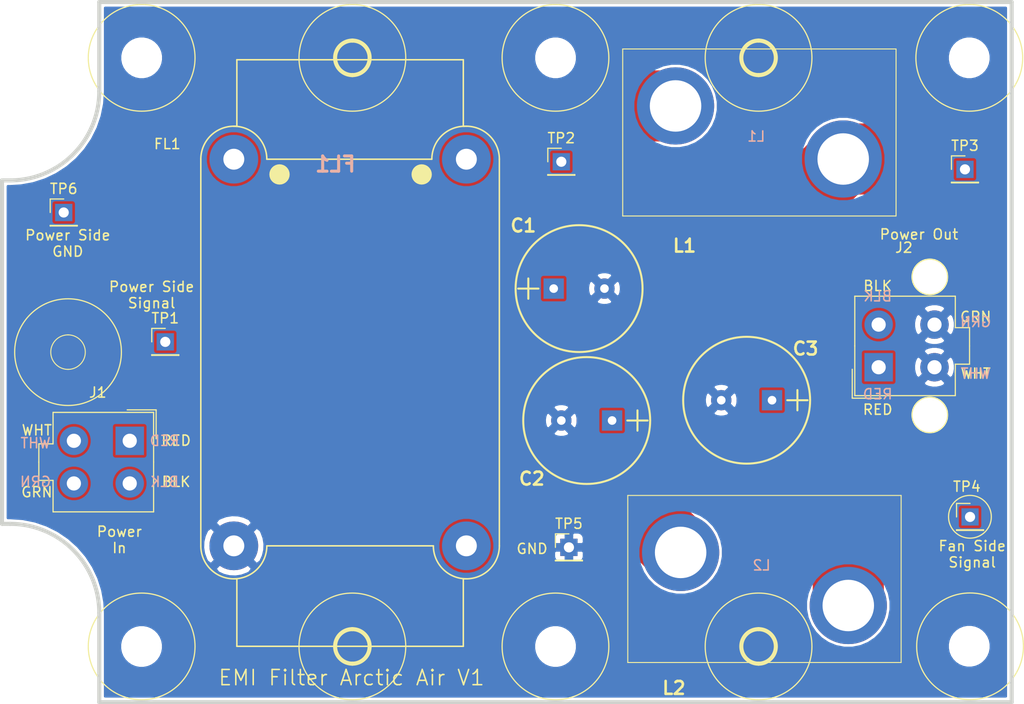
<source format=kicad_pcb>
(kicad_pcb (version 20171130) (host pcbnew "(5.1.2)-1")

  (general
    (thickness 1.6)
    (drawings 58)
    (tracks 32)
    (zones 0)
    (modules 20)
    (nets 7)
  )

  (page A4)
  (layers
    (0 F.Cu signal hide)
    (31 B.Cu signal hide)
    (32 B.Adhes user)
    (33 F.Adhes user)
    (34 B.Paste user)
    (35 F.Paste user)
    (36 B.SilkS user)
    (37 F.SilkS user)
    (38 B.Mask user)
    (39 F.Mask user)
    (40 Dwgs.User user)
    (41 Cmts.User user)
    (42 Eco1.User user)
    (43 Eco2.User user)
    (44 Edge.Cuts user)
    (45 Margin user)
    (46 B.CrtYd user)
    (47 F.CrtYd user)
    (48 B.Fab user)
    (49 F.Fab user)
  )

  (setup
    (last_trace_width 7)
    (trace_clearance 0.2)
    (zone_clearance 0.254)
    (zone_45_only no)
    (trace_min 0.2)
    (via_size 0.8)
    (via_drill 0.4)
    (via_min_size 0.4)
    (via_min_drill 0.3)
    (uvia_size 0.3)
    (uvia_drill 0.1)
    (uvias_allowed no)
    (uvia_min_size 0.2)
    (uvia_min_drill 0.1)
    (edge_width 0.05)
    (segment_width 0.2)
    (pcb_text_width 0.3)
    (pcb_text_size 1.5 1.5)
    (mod_edge_width 0.12)
    (mod_text_size 1 1)
    (mod_text_width 0.15)
    (pad_size 1.524 1.524)
    (pad_drill 0.762)
    (pad_to_mask_clearance 0.0508)
    (solder_mask_min_width 0.1016)
    (aux_axis_origin 0 0)
    (visible_elements 7FFFFFFF)
    (pcbplotparams
      (layerselection 0x010fc_ffffffff)
      (usegerberextensions false)
      (usegerberattributes false)
      (usegerberadvancedattributes false)
      (creategerberjobfile false)
      (excludeedgelayer true)
      (linewidth 0.100000)
      (plotframeref false)
      (viasonmask false)
      (mode 1)
      (useauxorigin false)
      (hpglpennumber 1)
      (hpglpenspeed 20)
      (hpglpendiameter 15.000000)
      (psnegative false)
      (psa4output false)
      (plotreference true)
      (plotvalue true)
      (plotinvisibletext false)
      (padsonsilk false)
      (subtractmaskfromsilk false)
      (outputformat 1)
      (mirror false)
      (drillshape 1)
      (scaleselection 1)
      (outputdirectory ""))
  )

  (net 0 "")
  (net 1 "Net-(C1-Pad1)")
  (net 2 GND)
  (net 3 "Net-(C2-Pad1)")
  (net 4 "Net-(C3-Pad1)")
  (net 5 "Net-(FL1-Pad1)")
  (net 6 "Net-(FL1-Pad2)")

  (net_class Default "This is the default net class."
    (clearance 0.2)
    (trace_width 7)
    (via_dia 0.8)
    (via_drill 0.4)
    (uvia_dia 0.3)
    (uvia_drill 0.1)
    (add_net GND)
    (add_net "Net-(C1-Pad1)")
    (add_net "Net-(C2-Pad1)")
    (add_net "Net-(C3-Pad1)")
    (add_net "Net-(FL1-Pad1)")
    (add_net "Net-(FL1-Pad2)")
  )

  (module Mounting_Holes:MountingHole_3.5mm (layer F.Cu) (tedit 56D1B4CB) (tstamp 5CEC67EB)
    (at 73.4314 82.2706)
    (descr "Mounting Hole 3.5mm, no annular")
    (tags "mounting hole 3.5mm no annular")
    (attr virtual)
    (fp_text reference REF** (at 0 -4.5) (layer Cmts.User) hide
      (effects (font (size 1 1) (thickness 0.15)))
    )
    (fp_text value MountingHole_3.5mm (at 0 4.5) (layer Dwgs.User)
      (effects (font (size 1 1) (thickness 0.15)))
    )
    (fp_circle (center 0 0) (end 3.75 0) (layer F.CrtYd) (width 0.05))
    (fp_circle (center 0 0) (end 3.5 0) (layer Cmts.User) (width 0.15))
    (fp_text user %R (at 0.3 0) (layer F.Fab)
      (effects (font (size 1 1) (thickness 0.15)))
    )
    (pad 1 np_thru_hole circle (at 0 0) (size 3.5 3.5) (drill 3.5) (layers *.Cu *.Mask))
  )

  (module Mounting_Holes:MountingHole_3.5mm (layer F.Cu) (tedit 56D1B4CB) (tstamp 5CEC67C5)
    (at 73.4314 24.260384)
    (descr "Mounting Hole 3.5mm, no annular")
    (tags "mounting hole 3.5mm no annular")
    (attr virtual)
    (fp_text reference REF** (at 0 -4.5) (layer Cmts.User) hide
      (effects (font (size 1 1) (thickness 0.15)))
    )
    (fp_text value MountingHole_3.5mm (at 0 4.5) (layer Dwgs.User)
      (effects (font (size 1 1) (thickness 0.15)))
    )
    (fp_text user %R (at 0.3 0) (layer F.Fab)
      (effects (font (size 1 1) (thickness 0.15)))
    )
    (fp_circle (center 0 0) (end 3.5 0) (layer Cmts.User) (width 0.15))
    (fp_circle (center 0 0) (end 3.75 0) (layer F.CrtYd) (width 0.05))
    (pad 1 np_thru_hole circle (at 0 0) (size 3.5 3.5) (drill 3.5) (layers *.Cu *.Mask))
  )

  (module Mounting_Holes:MountingHole_3.5mm (layer F.Cu) (tedit 56D1B4CB) (tstamp 5CEC6454)
    (at 114.173 82.2452)
    (descr "Mounting Hole 3.5mm, no annular")
    (tags "mounting hole 3.5mm no annular")
    (attr virtual)
    (fp_text reference REF** (at 0 -4.5) (layer Cmts.User) hide
      (effects (font (size 1 1) (thickness 0.15)))
    )
    (fp_text value MountingHole_3.5mm (at 0 4.5) (layer Dwgs.User)
      (effects (font (size 1 1) (thickness 0.15)))
    )
    (fp_circle (center 0 0) (end 3.75 0) (layer F.CrtYd) (width 0.05))
    (fp_circle (center 0 0) (end 3.5 0) (layer Cmts.User) (width 0.15))
    (fp_text user %R (at 0.3 0) (layer F.Fab)
      (effects (font (size 1 1) (thickness 0.15)))
    )
    (pad 1 np_thru_hole circle (at 0 0) (size 3.5 3.5) (drill 3.5) (layers *.Cu *.Mask))
  )

  (module Mounting_Holes:MountingHole_3.5mm (layer F.Cu) (tedit 56D1B4CB) (tstamp 5CEC640E)
    (at 32.6644 82.2706)
    (descr "Mounting Hole 3.5mm, no annular")
    (tags "mounting hole 3.5mm no annular")
    (attr virtual)
    (fp_text reference REF** (at 0 -4.5) (layer Cmts.User) hide
      (effects (font (size 1 1) (thickness 0.15)))
    )
    (fp_text value MountingHole_3.5mm (at 0 4.5) (layer Dwgs.User)
      (effects (font (size 1 1) (thickness 0.15)))
    )
    (fp_text user %R (at 0.3 0) (layer F.Fab)
      (effects (font (size 1 1) (thickness 0.15)))
    )
    (fp_circle (center 0 0) (end 3.5 0) (layer Cmts.User) (width 0.15))
    (fp_circle (center 0 0) (end 3.75 0) (layer F.CrtYd) (width 0.05))
    (pad 1 np_thru_hole circle (at 0 0) (size 3.5 3.5) (drill 3.5) (layers *.Cu *.Mask))
  )

  (module Mounting_Holes:MountingHole_3.5mm (layer F.Cu) (tedit 56D1B4CB) (tstamp 5CEC63DB)
    (at 114.173 24.260384)
    (descr "Mounting Hole 3.5mm, no annular")
    (tags "mounting hole 3.5mm no annular")
    (attr virtual)
    (fp_text reference REF** (at 0 -4.5) (layer Cmts.User) hide
      (effects (font (size 1 1) (thickness 0.15)))
    )
    (fp_text value MountingHole_3.5mm (at 0 4.5) (layer Dwgs.User)
      (effects (font (size 1 1) (thickness 0.15)))
    )
    (fp_circle (center 0 0) (end 3.75 0) (layer F.CrtYd) (width 0.05))
    (fp_circle (center 0 0) (end 3.5 0) (layer Cmts.User) (width 0.15))
    (fp_text user %R (at 0.3 0) (layer F.Fab)
      (effects (font (size 1 1) (thickness 0.15)))
    )
    (pad 1 np_thru_hole circle (at 0 0) (size 3.5 3.5) (drill 3.5) (layers *.Cu *.Mask))
  )

  (module Mounting_Holes:MountingHole_3.5mm (layer F.Cu) (tedit 56D1B4CB) (tstamp 5CEC61AB)
    (at 32.675146 24.260384)
    (descr "Mounting Hole 3.5mm, no annular")
    (tags "mounting hole 3.5mm no annular")
    (attr virtual)
    (fp_text reference REF** (at 0 -4.5) (layer Cmts.User) hide
      (effects (font (size 1 1) (thickness 0.15)))
    )
    (fp_text value MountingHole_3.5mm (at 0 4.5) (layer Dwgs.User)
      (effects (font (size 1 1) (thickness 0.15)))
    )
    (fp_text user %R (at 0.3 0) (layer F.Fab)
      (effects (font (size 1 1) (thickness 0.15)))
    )
    (fp_circle (center 0 0) (end 3.5 0) (layer Cmts.User) (width 0.15))
    (fp_circle (center 0 0) (end 3.75 0) (layer F.CrtYd) (width 0.05))
    (pad 1 np_thru_hole circle (at 0 0) (size 3.5 3.5) (drill 3.5) (layers *.Cu *.Mask))
  )

  (module SamacSys_Parts:CAPPRD500W65D1250H2700 (layer F.Cu) (tedit 5CEB06DD) (tstamp 5CEB0AF2)
    (at 73.25 47)
    (descr EEUFP1E202)
    (tags Capacitor)
    (path /5CE8BA67)
    (fp_text reference C1 (at -2.9936 -6.2076) (layer F.SilkS)
      (effects (font (size 1.27 1.27) (thickness 0.254)))
    )
    (fp_text value "2000 uF" (at 2.5 3) (layer F.SilkS) hide
      (effects (font (size 1.27 1.27) (thickness 0.254)))
    )
    (fp_line (start -2.5 -1) (end -2.5 1) (layer F.SilkS) (width 0.2))
    (fp_line (start -3.5 0) (end -1.5 0) (layer F.SilkS) (width 0.2))
    (fp_circle (center 2.5 0) (end 2.5 6.25) (layer F.Fab) (width 0.1))
    (fp_circle (center 2.5 0) (end 2.5 6.25) (layer F.SilkS) (width 0.2))
    (pad 2 thru_hole circle (at 5 0) (size 2 2) (drill 0.85) (layers *.Cu *.Mask)
      (net 2 GND))
    (pad 1 thru_hole rect (at 0 0) (size 2 2) (drill 0.85) (layers *.Cu *.Mask)
      (net 1 "Net-(C1-Pad1)"))
    (model "C:\\Users\\Administrator\\Google Drive\\KiCAD User Library\\SamacSys_Parts.3dshapes\\EEU-FP1E202.stp"
      (at (xyz 0 0 0))
      (scale (xyz 1 1 1))
      (rotate (xyz 0 0 0))
    )
  )

  (module SamacSys_Parts:CAPPRD500W65D1250H2700 (layer F.Cu) (tedit 5CEB06DD) (tstamp 5CEACF7F)
    (at 79 60 180)
    (descr EEUFP1E202)
    (tags Capacitor)
    (path /5CE8C2A3)
    (fp_text reference C2 (at 7.9054 -5.7352) (layer F.SilkS)
      (effects (font (size 1.27 1.27) (thickness 0.254)))
    )
    (fp_text value "2000 uF" (at 2.16 -2.98) (layer F.SilkS) hide
      (effects (font (size 1.27 1.27) (thickness 0.254)))
    )
    (fp_line (start -2.5 -1) (end -2.5 1) (layer F.SilkS) (width 0.2))
    (fp_line (start -3.5 0) (end -1.5 0) (layer F.SilkS) (width 0.2))
    (fp_circle (center 2.5 0) (end 2.5 6.25) (layer F.Fab) (width 0.1))
    (fp_circle (center 2.5 0) (end 2.5 6.25) (layer F.SilkS) (width 0.2))
    (pad 2 thru_hole circle (at 5 0 180) (size 2 2) (drill 0.85) (layers *.Cu *.Mask)
      (net 2 GND))
    (pad 1 thru_hole rect (at 0 0 180) (size 2 2) (drill 0.85) (layers *.Cu *.Mask)
      (net 3 "Net-(C2-Pad1)"))
    (model "C:\\Users\\Administrator\\Google Drive\\KiCAD User Library\\SamacSys_Parts.3dshapes\\EEU-FP1E202.stp"
      (at (xyz 0 0 0))
      (scale (xyz 1 1 1))
      (rotate (xyz 0 0 0))
    )
  )

  (module SamacSys_Parts:CAPPRD500W65D1250H2700 (layer F.Cu) (tedit 5CEB06DD) (tstamp 5CEB0356)
    (at 94.75 58 180)
    (descr EEUFP1E202)
    (tags Capacitor)
    (path /5CE8CB19)
    (fp_text reference C3 (at -3.302 5.08) (layer F.SilkS)
      (effects (font (size 1.27 1.27) (thickness 0.254)))
    )
    (fp_text value "2000 uF" (at 2.54 3.302) (layer F.SilkS) hide
      (effects (font (size 1.27 1.27) (thickness 0.254)))
    )
    (fp_line (start -2.5 -1) (end -2.5 1) (layer F.SilkS) (width 0.2))
    (fp_line (start -3.5 0) (end -1.5 0) (layer F.SilkS) (width 0.2))
    (fp_circle (center 2.5 0) (end 2.5 6.25) (layer F.Fab) (width 0.1))
    (fp_circle (center 2.5 0) (end 2.5 6.25) (layer F.SilkS) (width 0.2))
    (pad 2 thru_hole circle (at 5 0 180) (size 2 2) (drill 0.85) (layers *.Cu *.Mask)
      (net 2 GND))
    (pad 1 thru_hole rect (at 0 0 180) (size 2 2) (drill 0.85) (layers *.Cu *.Mask)
      (net 4 "Net-(C3-Pad1)"))
    (model "C:\\Users\\Administrator\\Google Drive\\KiCAD User Library\\SamacSys_Parts.3dshapes\\EEU-FP1E202.stp"
      (at (xyz 0 0 0))
      (scale (xyz 1 1 1))
      (rotate (xyz 0 0 0))
    )
  )

  (module acw:Coilcraft_CMT4 (layer F.Cu) (tedit 5CEAC563) (tstamp 5CEACFAC)
    (at 41.75 34.25)
    (path /5CEC5312)
    (fp_text reference FL1 (at -6.55 -1.5) (layer F.SilkS)
      (effects (font (size 1 1) (thickness 0.15)))
    )
    (fp_text value EMI_Filter_LL_1423 (at 13.7 11.5) (layer Dwgs.User)
      (effects (font (size 1 1) (thickness 0.15)))
    )
    (fp_line (start 0.3 -3.25) (end 0 -3.25) (layer F.SilkS) (width 0.15))
    (fp_line (start 22.6 -9.8) (end 22.6 -3.25) (layer F.SilkS) (width 0.15))
    (fp_arc (start 0 0) (end 0 -3.25) (angle -90) (layer F.SilkS) (width 0.15))
    (fp_line (start 0.3 48) (end 22.6 48) (layer F.SilkS) (width 0.15))
    (fp_line (start 0.3 -9.8) (end 0.3 -3.25) (layer F.SilkS) (width 0.15))
    (fp_line (start 0.3 -9.8) (end 22.6 -9.8) (layer F.SilkS) (width 0.15))
    (fp_line (start 25.8 -9.5) (end 25.8 47.7) (layer F.Fab) (width 0.15))
    (fp_line (start -2.9 -9.5) (end -2.9 47.7) (layer F.Fab) (width 0.15))
    (fp_line (start -2.9 47.7) (end 25.8 47.7) (layer F.Fab) (width 0.15))
    (fp_line (start -2.9 -9.5) (end 25.8 -9.5) (layer F.Fab) (width 0.15))
    (fp_line (start 22.9 -3.25) (end 22.6 -3.25) (layer F.SilkS) (width 0.15))
    (fp_arc (start 22.9 0) (end 22.9 -3.25) (angle 90) (layer F.SilkS) (width 0.15))
    (fp_line (start 0.3 41.35) (end 0.3 48) (layer F.SilkS) (width 0.15))
    (fp_line (start 22.6 41.35) (end 22.6 48) (layer F.SilkS) (width 0.15))
    (fp_line (start 0.3 41.35) (end 0 41.35) (layer F.SilkS) (width 0.15))
    (fp_line (start 22.9 41.35) (end 22.6 41.35) (layer F.SilkS) (width 0.15))
    (fp_arc (start 22.9 38.1) (end 26.15 38.1) (angle 90) (layer F.SilkS) (width 0.15))
    (fp_arc (start 0 38.1) (end 0 41.35) (angle 90) (layer F.SilkS) (width 0.15))
    (fp_line (start -3.25 0) (end -3.25 38.1) (layer F.SilkS) (width 0.15))
    (fp_line (start 26.15 0) (end 26.15 38.1) (layer F.SilkS) (width 0.15))
    (fp_arc (start 0 0) (end 0 -3.25) (angle 90) (layer F.SilkS) (width 0.15))
    (fp_arc (start 22.75 0) (end 19.5 0) (angle 90) (layer F.SilkS) (width 0.15))
    (fp_arc (start 22.9 38.1) (end 22.9 41.35) (angle 90) (layer F.SilkS) (width 0.15))
    (fp_arc (start 0 38.1) (end 3.25 38.1) (angle 90) (layer F.SilkS) (width 0.15))
    (fp_line (start 3.25 38.1) (end 19.65 38.1) (layer F.SilkS) (width 0.15))
    (fp_line (start 3.25 0) (end 19.5 0) (layer F.SilkS) (width 0.15))
    (fp_circle (center 4.5 1.5) (end 5 1.5) (layer F.SilkS) (width 1))
    (fp_circle (center 18.5 1.5) (end 19 1.5) (layer F.SilkS) (width 1))
    (pad 1 thru_hole circle (at 0 0) (size 4.8 4.8) (drill 2.06) (layers *.Cu *.Mask)
      (net 5 "Net-(FL1-Pad1)"))
    (pad 2 thru_hole circle (at 22.9 0) (size 4.8 4.8) (drill 2.06) (layers *.Cu *.Mask)
      (net 6 "Net-(FL1-Pad2)"))
    (pad 3 thru_hole circle (at 22.9 38.1) (size 4.8 4.8) (drill 2.06) (layers *.Cu *.Mask)
      (net 1 "Net-(C1-Pad1)"))
    (pad 4 thru_hole circle (at 0 38.1) (size 4.8 4.8) (drill 2.06) (layers *.Cu *.Mask)
      (net 2 GND))
  )

  (module SamacSys_Parts:VER2923682KL (layer F.Cu) (tedit 0) (tstamp 5CEB0180)
    (at 85.25 29)
    (descr VER2923-682KL-3)
    (tags Inductor)
    (path /5CE8DB32)
    (fp_text reference L1 (at 0.88 13.778) (layer F.SilkS)
      (effects (font (size 1.27 1.27) (thickness 0.254)))
    )
    (fp_text value "22 uH" (at 16.35 -1.695) (layer F.SilkS) hide
      (effects (font (size 1.27 1.27) (thickness 0.254)))
    )
    (fp_line (start -6.205 11.845) (end -6.205 -6.615) (layer F.CrtYd) (width 0.1))
    (fp_line (start 22.715 11.845) (end -6.205 11.845) (layer F.CrtYd) (width 0.1))
    (fp_line (start 22.715 -6.615) (end 22.715 11.845) (layer F.CrtYd) (width 0.1))
    (fp_line (start -6.205 -6.615) (end 22.715 -6.615) (layer F.CrtYd) (width 0.1))
    (fp_line (start -5.205 10.845) (end -5.205 -5.615) (layer F.SilkS) (width 0.1))
    (fp_line (start 21.715 10.845) (end -5.205 10.845) (layer F.SilkS) (width 0.1))
    (fp_line (start 21.715 -5.615) (end 21.715 10.845) (layer F.SilkS) (width 0.1))
    (fp_line (start -5.205 -5.615) (end 21.715 -5.615) (layer F.SilkS) (width 0.1))
    (fp_line (start -5.205 10.845) (end -5.205 -5.615) (layer F.Fab) (width 0.2))
    (fp_line (start 21.715 10.845) (end -5.205 10.845) (layer F.Fab) (width 0.2))
    (fp_line (start 21.715 -5.615) (end 21.715 10.845) (layer F.Fab) (width 0.2))
    (fp_line (start -5.205 -5.615) (end 21.715 -5.615) (layer F.Fab) (width 0.2))
    (pad 2 thru_hole circle (at 16.51 5.23) (size 7.604 7.604) (drill 5.0696) (layers *.Cu *.Mask)
      (net 3 "Net-(C2-Pad1)"))
    (pad 1 thru_hole circle (at 0 0) (size 7.604 7.604) (drill 5.0696) (layers *.Cu *.Mask)
      (net 1 "Net-(C1-Pad1)"))
    (model "C:\\Users\\Administrator\\Google Drive\\KiCAD User Library\\SamacSys_Parts.3dshapes\\VER2923-103KL.stp"
      (at (xyz 0 0 0))
      (scale (xyz 1 1 1))
      (rotate (xyz 0 0 0))
    )
  )

  (module SamacSys_Parts:VER2923682KL (layer F.Cu) (tedit 0) (tstamp 5CEAD000)
    (at 85.75 73)
    (descr VER2923-682KL-3)
    (tags Inductor)
    (path /5CE8E609)
    (fp_text reference L2 (at -0.66 13.36) (layer F.SilkS)
      (effects (font (size 1.27 1.27) (thickness 0.254)))
    )
    (fp_text value "22 uH" (at 11.38 -3.06) (layer F.SilkS) hide
      (effects (font (size 1.27 1.27) (thickness 0.254)))
    )
    (fp_line (start -5.205 -5.615) (end 21.715 -5.615) (layer F.Fab) (width 0.2))
    (fp_line (start 21.715 -5.615) (end 21.715 10.845) (layer F.Fab) (width 0.2))
    (fp_line (start 21.715 10.845) (end -5.205 10.845) (layer F.Fab) (width 0.2))
    (fp_line (start -5.205 10.845) (end -5.205 -5.615) (layer F.Fab) (width 0.2))
    (fp_line (start -5.205 -5.615) (end 21.715 -5.615) (layer F.SilkS) (width 0.1))
    (fp_line (start 21.715 -5.615) (end 21.715 10.845) (layer F.SilkS) (width 0.1))
    (fp_line (start 21.715 10.845) (end -5.205 10.845) (layer F.SilkS) (width 0.1))
    (fp_line (start -5.205 10.845) (end -5.205 -5.615) (layer F.SilkS) (width 0.1))
    (fp_line (start -6.205 -6.615) (end 22.715 -6.615) (layer F.CrtYd) (width 0.1))
    (fp_line (start 22.715 -6.615) (end 22.715 11.845) (layer F.CrtYd) (width 0.1))
    (fp_line (start 22.715 11.845) (end -6.205 11.845) (layer F.CrtYd) (width 0.1))
    (fp_line (start -6.205 11.845) (end -6.205 -6.615) (layer F.CrtYd) (width 0.1))
    (pad 1 thru_hole circle (at 0 0) (size 7.604 7.604) (drill 5.0696) (layers *.Cu *.Mask)
      (net 3 "Net-(C2-Pad1)"))
    (pad 2 thru_hole circle (at 16.51 5.23) (size 7.604 7.604) (drill 5.0696) (layers *.Cu *.Mask)
      (net 4 "Net-(C3-Pad1)"))
    (model "C:\\Users\\Administrator\\Google Drive\\KiCAD User Library\\SamacSys_Parts.3dshapes\\VER2923-103KL.stp"
      (at (xyz 0 0 0))
      (scale (xyz 1 1 1))
      (rotate (xyz 0 0 0))
    )
  )

  (module Socket_Strips:Socket_Strip_Straight_1x01_Pitch2.54mm (layer F.Cu) (tedit 58CD5446) (tstamp 5CEAD014)
    (at 35 52.25)
    (descr "Through hole straight socket strip, 1x01, 2.54mm pitch, single row")
    (tags "Through hole socket strip THT 1x01 2.54mm single row")
    (path /5CEAE0EA)
    (fp_text reference TP1 (at 0 -2.33) (layer F.SilkS)
      (effects (font (size 1 1) (thickness 0.15)))
    )
    (fp_text value TestPoint (at 0 2.33) (layer Dwgs.User) hide
      (effects (font (size 1 1) (thickness 0.15)))
    )
    (fp_text user %R (at 0 -2.33) (layer F.Fab)
      (effects (font (size 1 1) (thickness 0.15)))
    )
    (fp_line (start 1.8 -1.8) (end -1.8 -1.8) (layer F.CrtYd) (width 0.05))
    (fp_line (start 1.8 1.8) (end 1.8 -1.8) (layer F.CrtYd) (width 0.05))
    (fp_line (start -1.8 1.8) (end 1.8 1.8) (layer F.CrtYd) (width 0.05))
    (fp_line (start -1.8 -1.8) (end -1.8 1.8) (layer F.CrtYd) (width 0.05))
    (fp_line (start -1.33 -1.33) (end 0 -1.33) (layer F.SilkS) (width 0.12))
    (fp_line (start -1.33 0) (end -1.33 -1.33) (layer F.SilkS) (width 0.12))
    (fp_line (start 1.33 1.27) (end -1.33 1.27) (layer F.SilkS) (width 0.12))
    (fp_line (start 1.33 1.33) (end 1.33 1.27) (layer F.SilkS) (width 0.12))
    (fp_line (start -1.33 1.33) (end 1.33 1.33) (layer F.SilkS) (width 0.12))
    (fp_line (start -1.33 1.27) (end -1.33 1.33) (layer F.SilkS) (width 0.12))
    (fp_line (start 1.27 -1.27) (end -1.27 -1.27) (layer F.Fab) (width 0.1))
    (fp_line (start 1.27 1.27) (end 1.27 -1.27) (layer F.Fab) (width 0.1))
    (fp_line (start -1.27 1.27) (end 1.27 1.27) (layer F.Fab) (width 0.1))
    (fp_line (start -1.27 -1.27) (end -1.27 1.27) (layer F.Fab) (width 0.1))
    (pad 1 thru_hole rect (at 0 0) (size 1.7 1.7) (drill 1) (layers *.Cu *.Mask)
      (net 6 "Net-(FL1-Pad2)"))
    (model ${KISYS3DMOD}/Socket_Strips.3dshapes/Socket_Strip_Straight_1x01_Pitch2.54mm.wrl
      (at (xyz 0 0 0))
      (scale (xyz 1 1 1))
      (rotate (xyz 0 0 270))
    )
  )

  (module Socket_Strips:Socket_Strip_Straight_1x01_Pitch2.54mm (layer F.Cu) (tedit 58CD5446) (tstamp 5CEAD028)
    (at 74 34.5)
    (descr "Through hole straight socket strip, 1x01, 2.54mm pitch, single row")
    (tags "Through hole socket strip THT 1x01 2.54mm single row")
    (path /5CEB153A)
    (fp_text reference TP2 (at 0 -2.33) (layer F.SilkS)
      (effects (font (size 1 1) (thickness 0.15)))
    )
    (fp_text value TestPoint (at 0 2.33) (layer Dwgs.User)
      (effects (font (size 1 1) (thickness 0.15)))
    )
    (fp_text user %R (at 0 -2.33) (layer F.Fab)
      (effects (font (size 1 1) (thickness 0.15)))
    )
    (fp_line (start 1.8 -1.8) (end -1.8 -1.8) (layer F.CrtYd) (width 0.05))
    (fp_line (start 1.8 1.8) (end 1.8 -1.8) (layer F.CrtYd) (width 0.05))
    (fp_line (start -1.8 1.8) (end 1.8 1.8) (layer F.CrtYd) (width 0.05))
    (fp_line (start -1.8 -1.8) (end -1.8 1.8) (layer F.CrtYd) (width 0.05))
    (fp_line (start -1.33 -1.33) (end 0 -1.33) (layer F.SilkS) (width 0.12))
    (fp_line (start -1.33 0) (end -1.33 -1.33) (layer F.SilkS) (width 0.12))
    (fp_line (start 1.33 1.27) (end -1.33 1.27) (layer F.SilkS) (width 0.12))
    (fp_line (start 1.33 1.33) (end 1.33 1.27) (layer F.SilkS) (width 0.12))
    (fp_line (start -1.33 1.33) (end 1.33 1.33) (layer F.SilkS) (width 0.12))
    (fp_line (start -1.33 1.27) (end -1.33 1.33) (layer F.SilkS) (width 0.12))
    (fp_line (start 1.27 -1.27) (end -1.27 -1.27) (layer F.Fab) (width 0.1))
    (fp_line (start 1.27 1.27) (end 1.27 -1.27) (layer F.Fab) (width 0.1))
    (fp_line (start -1.27 1.27) (end 1.27 1.27) (layer F.Fab) (width 0.1))
    (fp_line (start -1.27 -1.27) (end -1.27 1.27) (layer F.Fab) (width 0.1))
    (pad 1 thru_hole rect (at 0 0) (size 1.7 1.7) (drill 1) (layers *.Cu *.Mask)
      (net 1 "Net-(C1-Pad1)"))
    (model ${KISYS3DMOD}/Socket_Strips.3dshapes/Socket_Strip_Straight_1x01_Pitch2.54mm.wrl
      (at (xyz 0 0 0))
      (scale (xyz 1 1 1))
      (rotate (xyz 0 0 270))
    )
  )

  (module Socket_Strips:Socket_Strip_Straight_1x01_Pitch2.54mm (layer F.Cu) (tedit 58CD5446) (tstamp 5CEB04EC)
    (at 113.75 35.25)
    (descr "Through hole straight socket strip, 1x01, 2.54mm pitch, single row")
    (tags "Through hole socket strip THT 1x01 2.54mm single row")
    (path /5CEB06D7)
    (fp_text reference TP3 (at 0 -2.33) (layer F.SilkS)
      (effects (font (size 1 1) (thickness 0.15)))
    )
    (fp_text value TestPoint (at 0 2.33) (layer Dwgs.User)
      (effects (font (size 1 1) (thickness 0.15)))
    )
    (fp_line (start -1.27 -1.27) (end -1.27 1.27) (layer F.Fab) (width 0.1))
    (fp_line (start -1.27 1.27) (end 1.27 1.27) (layer F.Fab) (width 0.1))
    (fp_line (start 1.27 1.27) (end 1.27 -1.27) (layer F.Fab) (width 0.1))
    (fp_line (start 1.27 -1.27) (end -1.27 -1.27) (layer F.Fab) (width 0.1))
    (fp_line (start -1.33 1.27) (end -1.33 1.33) (layer F.SilkS) (width 0.12))
    (fp_line (start -1.33 1.33) (end 1.33 1.33) (layer F.SilkS) (width 0.12))
    (fp_line (start 1.33 1.33) (end 1.33 1.27) (layer F.SilkS) (width 0.12))
    (fp_line (start 1.33 1.27) (end -1.33 1.27) (layer F.SilkS) (width 0.12))
    (fp_line (start -1.33 0) (end -1.33 -1.33) (layer F.SilkS) (width 0.12))
    (fp_line (start -1.33 -1.33) (end 0 -1.33) (layer F.SilkS) (width 0.12))
    (fp_line (start -1.8 -1.8) (end -1.8 1.8) (layer F.CrtYd) (width 0.05))
    (fp_line (start -1.8 1.8) (end 1.8 1.8) (layer F.CrtYd) (width 0.05))
    (fp_line (start 1.8 1.8) (end 1.8 -1.8) (layer F.CrtYd) (width 0.05))
    (fp_line (start 1.8 -1.8) (end -1.8 -1.8) (layer F.CrtYd) (width 0.05))
    (fp_text user %R (at 0 -2.33) (layer F.Fab)
      (effects (font (size 1 1) (thickness 0.15)))
    )
    (pad 1 thru_hole rect (at 0 0) (size 1.7 1.7) (drill 1) (layers *.Cu *.Mask)
      (net 3 "Net-(C2-Pad1)"))
    (model ${KISYS3DMOD}/Socket_Strips.3dshapes/Socket_Strip_Straight_1x01_Pitch2.54mm.wrl
      (at (xyz 0 0 0))
      (scale (xyz 1 1 1))
      (rotate (xyz 0 0 270))
    )
  )

  (module Socket_Strips:Socket_Strip_Straight_1x01_Pitch2.54mm (layer F.Cu) (tedit 58CD5446) (tstamp 5CEB048C)
    (at 114.25 69.5)
    (descr "Through hole straight socket strip, 1x01, 2.54mm pitch, single row")
    (tags "Through hole socket strip THT 1x01 2.54mm single row")
    (path /5CEAE27D)
    (fp_text reference TP4 (at -0.31576 -2.98248) (layer F.SilkS)
      (effects (font (size 1 1) (thickness 0.15)))
    )
    (fp_text value TestPoint (at 5.13 -0.285) (layer Dwgs.User) hide
      (effects (font (size 1 1) (thickness 0.15)))
    )
    (fp_line (start -1.27 -1.27) (end -1.27 1.27) (layer F.Fab) (width 0.1))
    (fp_line (start -1.27 1.27) (end 1.27 1.27) (layer F.Fab) (width 0.1))
    (fp_line (start 1.27 1.27) (end 1.27 -1.27) (layer F.Fab) (width 0.1))
    (fp_line (start 1.27 -1.27) (end -1.27 -1.27) (layer F.Fab) (width 0.1))
    (fp_line (start -1.33 1.27) (end -1.33 1.33) (layer F.SilkS) (width 0.12))
    (fp_line (start -1.33 1.33) (end 1.33 1.33) (layer F.SilkS) (width 0.12))
    (fp_line (start 1.33 1.33) (end 1.33 1.27) (layer F.SilkS) (width 0.12))
    (fp_line (start 1.33 1.27) (end -1.33 1.27) (layer F.SilkS) (width 0.12))
    (fp_line (start -1.33 0) (end -1.33 -1.33) (layer F.SilkS) (width 0.12))
    (fp_line (start -1.33 -1.33) (end 0 -1.33) (layer F.SilkS) (width 0.12))
    (fp_line (start -1.8 -1.8) (end -1.8 1.8) (layer F.CrtYd) (width 0.05))
    (fp_line (start -1.8 1.8) (end 1.8 1.8) (layer F.CrtYd) (width 0.05))
    (fp_line (start 1.8 1.8) (end 1.8 -1.8) (layer F.CrtYd) (width 0.05))
    (fp_line (start 1.8 -1.8) (end -1.8 -1.8) (layer F.CrtYd) (width 0.05))
    (fp_text user %R (at -0.31322 -2.9901) (layer F.Fab)
      (effects (font (size 1 1) (thickness 0.15)))
    )
    (pad 1 thru_hole rect (at 0 0) (size 1.7 1.7) (drill 1) (layers *.Cu *.Mask)
      (net 4 "Net-(C3-Pad1)"))
    (model ${KISYS3DMOD}/Socket_Strips.3dshapes/Socket_Strip_Straight_1x01_Pitch2.54mm.wrl
      (at (xyz 0 0 0))
      (scale (xyz 1 1 1))
      (rotate (xyz 0 0 270))
    )
  )

  (module Socket_Strips:Socket_Strip_Straight_1x01_Pitch2.54mm (layer F.Cu) (tedit 58CD5446) (tstamp 5CEB027C)
    (at 74.75 72.5)
    (descr "Through hole straight socket strip, 1x01, 2.54mm pitch, single row")
    (tags "Through hole socket strip THT 1x01 2.54mm single row")
    (path /5CEAEEFC)
    (fp_text reference TP5 (at 0 -2.33) (layer F.SilkS)
      (effects (font (size 1 1) (thickness 0.15)))
    )
    (fp_text value TestPoint (at 0 2.33) (layer Dwgs.User)
      (effects (font (size 1 1) (thickness 0.15)))
    )
    (fp_text user %R (at 0 -2.33) (layer F.Fab)
      (effects (font (size 1 1) (thickness 0.15)))
    )
    (fp_line (start 1.8 -1.8) (end -1.8 -1.8) (layer F.CrtYd) (width 0.05))
    (fp_line (start 1.8 1.8) (end 1.8 -1.8) (layer F.CrtYd) (width 0.05))
    (fp_line (start -1.8 1.8) (end 1.8 1.8) (layer F.CrtYd) (width 0.05))
    (fp_line (start -1.8 -1.8) (end -1.8 1.8) (layer F.CrtYd) (width 0.05))
    (fp_line (start -1.33 -1.33) (end 0 -1.33) (layer F.SilkS) (width 0.12))
    (fp_line (start -1.33 0) (end -1.33 -1.33) (layer F.SilkS) (width 0.12))
    (fp_line (start 1.33 1.27) (end -1.33 1.27) (layer F.SilkS) (width 0.12))
    (fp_line (start 1.33 1.33) (end 1.33 1.27) (layer F.SilkS) (width 0.12))
    (fp_line (start -1.33 1.33) (end 1.33 1.33) (layer F.SilkS) (width 0.12))
    (fp_line (start -1.33 1.27) (end -1.33 1.33) (layer F.SilkS) (width 0.12))
    (fp_line (start 1.27 -1.27) (end -1.27 -1.27) (layer F.Fab) (width 0.1))
    (fp_line (start 1.27 1.27) (end 1.27 -1.27) (layer F.Fab) (width 0.1))
    (fp_line (start -1.27 1.27) (end 1.27 1.27) (layer F.Fab) (width 0.1))
    (fp_line (start -1.27 -1.27) (end -1.27 1.27) (layer F.Fab) (width 0.1))
    (pad 1 thru_hole rect (at 0 0) (size 1.7 1.7) (drill 1) (layers *.Cu *.Mask)
      (net 2 GND))
    (model ${KISYS3DMOD}/Socket_Strips.3dshapes/Socket_Strip_Straight_1x01_Pitch2.54mm.wrl
      (at (xyz 0 0 0))
      (scale (xyz 1 1 1))
      (rotate (xyz 0 0 270))
    )
  )

  (module Socket_Strips:Socket_Strip_Straight_1x01_Pitch2.54mm (layer F.Cu) (tedit 58CD5446) (tstamp 5CEAD078)
    (at 25 39.5)
    (descr "Through hole straight socket strip, 1x01, 2.54mm pitch, single row")
    (tags "Through hole socket strip THT 1x01 2.54mm single row")
    (path /5CEB2103)
    (fp_text reference TP6 (at 0 -2.33) (layer F.SilkS)
      (effects (font (size 1 1) (thickness 0.15)))
    )
    (fp_text value TestPoint (at 0 -0.13) (layer Dwgs.User) hide
      (effects (font (size 1 1) (thickness 0.15)))
    )
    (fp_line (start -1.27 -1.27) (end -1.27 1.27) (layer F.Fab) (width 0.1))
    (fp_line (start -1.27 1.27) (end 1.27 1.27) (layer F.Fab) (width 0.1))
    (fp_line (start 1.27 1.27) (end 1.27 -1.27) (layer F.Fab) (width 0.1))
    (fp_line (start 1.27 -1.27) (end -1.27 -1.27) (layer F.Fab) (width 0.1))
    (fp_line (start -1.33 1.27) (end -1.33 1.33) (layer F.SilkS) (width 0.12))
    (fp_line (start -1.33 1.33) (end 1.33 1.33) (layer F.SilkS) (width 0.12))
    (fp_line (start 1.33 1.33) (end 1.33 1.27) (layer F.SilkS) (width 0.12))
    (fp_line (start 1.33 1.27) (end -1.33 1.27) (layer F.SilkS) (width 0.12))
    (fp_line (start -1.33 0) (end -1.33 -1.33) (layer F.SilkS) (width 0.12))
    (fp_line (start -1.33 -1.33) (end 0 -1.33) (layer F.SilkS) (width 0.12))
    (fp_line (start -1.8 -1.8) (end -1.8 1.8) (layer F.CrtYd) (width 0.05))
    (fp_line (start -1.8 1.8) (end 1.8 1.8) (layer F.CrtYd) (width 0.05))
    (fp_line (start 1.8 1.8) (end 1.8 -1.8) (layer F.CrtYd) (width 0.05))
    (fp_line (start 1.8 -1.8) (end -1.8 -1.8) (layer F.CrtYd) (width 0.05))
    (fp_text user %R (at 0 -2.33) (layer F.Fab)
      (effects (font (size 1 1) (thickness 0.15)))
    )
    (pad 1 thru_hole rect (at 0 0) (size 1.7 1.7) (drill 1) (layers *.Cu *.Mask)
      (net 5 "Net-(FL1-Pad1)"))
    (model ${KISYS3DMOD}/Socket_Strips.3dshapes/Socket_Strip_Straight_1x01_Pitch2.54mm.wrl
      (at (xyz 0 0 0))
      (scale (xyz 1 1 1))
      (rotate (xyz 0 0 270))
    )
  )

  (module Connectors_Molex:Molex_MiniFit-JR-5556-04A_2x02x4.20mm_Straight (layer F.Cu) (tedit 58A28952) (tstamp 5CEC01BD)
    (at 31.5 62 270)
    (descr "Molex Mini-Fit JR, PN:5556-04A, dual row, top entry type, through hole")
    (tags "connector molex mini-fit 5556")
    (path /5CE97CA9)
    (fp_text reference J1 (at -4.76262 3.1454 180) (layer F.SilkS)
      (effects (font (size 1 1) (thickness 0.15)))
    )
    (fp_text value Conn_01x04_Male (at 2.1 -4 90) (layer Dwgs.User) hide
      (effects (font (size 1 1) (thickness 0.15)))
    )
    (fp_line (start 7.4 -2.75) (end -3.15 -2.75) (layer F.CrtYd) (width 0.05))
    (fp_line (start 7.4 9.3) (end 7.4 -2.75) (layer F.CrtYd) (width 0.05))
    (fp_line (start -3.15 9.3) (end 7.4 9.3) (layer F.CrtYd) (width 0.05))
    (fp_line (start -3.15 -2.75) (end -3.15 9.3) (layer F.CrtYd) (width 0.05))
    (fp_line (start -3.05 -2.6) (end -3.05 0.25) (layer F.Fab) (width 0.1))
    (fp_line (start -0.2 -2.6) (end -3.05 -2.6) (layer F.Fab) (width 0.1))
    (fp_line (start -3.05 -2.6) (end -3.05 0.25) (layer F.SilkS) (width 0.12))
    (fp_line (start -0.2 -2.6) (end -3.05 -2.6) (layer F.SilkS) (width 0.12))
    (fp_line (start 3.9 8.95) (end 2.1 8.95) (layer F.SilkS) (width 0.12))
    (fp_line (start 3.9 7.55) (end 3.9 8.95) (layer F.SilkS) (width 0.12))
    (fp_line (start 7 7.55) (end 3.9 7.55) (layer F.SilkS) (width 0.12))
    (fp_line (start 7 -2.35) (end 7 7.55) (layer F.SilkS) (width 0.12))
    (fp_line (start 2.1 -2.35) (end 7 -2.35) (layer F.SilkS) (width 0.12))
    (fp_line (start 0.3 8.95) (end 2.1 8.95) (layer F.SilkS) (width 0.12))
    (fp_line (start 0.3 7.55) (end 0.3 8.95) (layer F.SilkS) (width 0.12))
    (fp_line (start -2.8 7.55) (end 0.3 7.55) (layer F.SilkS) (width 0.12))
    (fp_line (start -2.8 -2.35) (end -2.8 7.55) (layer F.SilkS) (width 0.12))
    (fp_line (start 2.1 -2.35) (end -2.8 -2.35) (layer F.SilkS) (width 0.12))
    (fp_line (start 5.95 1.75) (end 2.45 1.75) (layer F.Fab) (width 0.1))
    (fp_line (start 5.95 -0.875) (end 5.95 1.75) (layer F.Fab) (width 0.1))
    (fp_line (start 5.075 -1.75) (end 5.95 -0.875) (layer F.Fab) (width 0.1))
    (fp_line (start 3.325 -1.75) (end 5.075 -1.75) (layer F.Fab) (width 0.1))
    (fp_line (start 2.45 -0.875) (end 3.325 -1.75) (layer F.Fab) (width 0.1))
    (fp_line (start 2.45 1.75) (end 2.45 -0.875) (layer F.Fab) (width 0.1))
    (fp_line (start 5.95 3.75) (end 2.45 3.75) (layer F.Fab) (width 0.1))
    (fp_line (start 5.95 7.25) (end 5.95 3.75) (layer F.Fab) (width 0.1))
    (fp_line (start 2.45 7.25) (end 5.95 7.25) (layer F.Fab) (width 0.1))
    (fp_line (start 2.45 3.75) (end 2.45 7.25) (layer F.Fab) (width 0.1))
    (fp_line (start 1.75 7.25) (end -1.75 7.25) (layer F.Fab) (width 0.1))
    (fp_line (start 1.75 4.625) (end 1.75 7.25) (layer F.Fab) (width 0.1))
    (fp_line (start 0.875 3.75) (end 1.75 4.625) (layer F.Fab) (width 0.1))
    (fp_line (start -0.875 3.75) (end 0.875 3.75) (layer F.Fab) (width 0.1))
    (fp_line (start -1.75 4.625) (end -0.875 3.75) (layer F.Fab) (width 0.1))
    (fp_line (start -1.75 7.25) (end -1.75 4.625) (layer F.Fab) (width 0.1))
    (fp_line (start 1.75 -1.75) (end -1.75 -1.75) (layer F.Fab) (width 0.1))
    (fp_line (start 1.75 1.75) (end 1.75 -1.75) (layer F.Fab) (width 0.1))
    (fp_line (start -1.75 1.75) (end 1.75 1.75) (layer F.Fab) (width 0.1))
    (fp_line (start -1.75 -1.75) (end -1.75 1.75) (layer F.Fab) (width 0.1))
    (fp_line (start 3.8 8.85) (end 3.8 7.45) (layer F.Fab) (width 0.1))
    (fp_line (start 0.4 8.85) (end 3.8 8.85) (layer F.Fab) (width 0.1))
    (fp_line (start 0.4 7.45) (end 0.4 8.85) (layer F.Fab) (width 0.1))
    (fp_line (start 6.9 -2.25) (end -2.7 -2.25) (layer F.Fab) (width 0.1))
    (fp_line (start 6.9 7.45) (end 6.9 -2.25) (layer F.Fab) (width 0.1))
    (fp_line (start -2.7 7.45) (end 6.9 7.45) (layer F.Fab) (width 0.1))
    (fp_line (start -2.7 -2.25) (end -2.7 7.45) (layer F.Fab) (width 0.1))
    (pad 4 thru_hole circle (at 4.2 5.5 270) (size 2.8 2.8) (drill 1.4) (layers *.Cu *.Mask)
      (net 5 "Net-(FL1-Pad1)"))
    (pad 3 thru_hole circle (at 0 5.5 270) (size 2.8 2.8) (drill 1.4) (layers *.Cu *.Mask)
      (net 5 "Net-(FL1-Pad1)"))
    (pad 2 thru_hole circle (at 4.2 0 270) (size 2.8 2.8) (drill 1.4) (layers *.Cu *.Mask)
      (net 6 "Net-(FL1-Pad2)"))
    (pad 1 thru_hole rect (at 0 0 270) (size 2.8 2.8) (drill 1.4) (layers *.Cu *.Mask)
      (net 6 "Net-(FL1-Pad2)"))
    (model ${KISYS3DMOD}/Connectors_Molex.3dshapes/Molex_MiniFit-JR-5556-04A_2x02x4.20mm_Straight.wrl
      (at (xyz 0 0 0))
      (scale (xyz 1 1 1))
      (rotate (xyz 0 0 0))
    )
  )

  (module Connectors_Molex:Molex_MiniFit-JR-5556-04B_2x02x4.20mm_Straight (layer F.Cu) (tedit 58A28952) (tstamp 5CEC01F2)
    (at 105.25 54.75 90)
    (descr "Molex Mini-Fit JR, PN:5556-04B, dual row, top entry type, through hole, with plastic PCB locators")
    (tags "connector molex mini-fit 5556")
    (path /5CE99297)
    (fp_text reference J2 (at 11.7857 2.4856 180) (layer F.SilkS)
      (effects (font (size 1 1) (thickness 0.15)))
    )
    (fp_text value Conn_01x04_Female (at 2.1 -4 90) (layer Dwgs.User) hide
      (effects (font (size 1 1) (thickness 0.15)))
    )
    (fp_circle (center -4.7 5.04) (end -2.95 5.04) (layer F.SilkS) (width 0.12))
    (fp_circle (center 8.9 5.04) (end 10.65 5.04) (layer F.SilkS) (width 0.12))
    (fp_line (start -2.7 -2.25) (end -2.7 7.45) (layer F.Fab) (width 0.1))
    (fp_line (start -2.7 7.45) (end 6.9 7.45) (layer F.Fab) (width 0.1))
    (fp_line (start 6.9 7.45) (end 6.9 -2.25) (layer F.Fab) (width 0.1))
    (fp_line (start 6.9 -2.25) (end -2.7 -2.25) (layer F.Fab) (width 0.1))
    (fp_line (start 0.4 7.45) (end 0.4 8.85) (layer F.Fab) (width 0.1))
    (fp_line (start 0.4 8.85) (end 3.8 8.85) (layer F.Fab) (width 0.1))
    (fp_line (start 3.8 8.85) (end 3.8 7.45) (layer F.Fab) (width 0.1))
    (fp_line (start -1.75 -1.75) (end -1.75 1.75) (layer F.Fab) (width 0.1))
    (fp_line (start -1.75 1.75) (end 1.75 1.75) (layer F.Fab) (width 0.1))
    (fp_line (start 1.75 1.75) (end 1.75 -1.75) (layer F.Fab) (width 0.1))
    (fp_line (start 1.75 -1.75) (end -1.75 -1.75) (layer F.Fab) (width 0.1))
    (fp_line (start -1.75 7.25) (end -1.75 4.625) (layer F.Fab) (width 0.1))
    (fp_line (start -1.75 4.625) (end -0.875 3.75) (layer F.Fab) (width 0.1))
    (fp_line (start -0.875 3.75) (end 0.875 3.75) (layer F.Fab) (width 0.1))
    (fp_line (start 0.875 3.75) (end 1.75 4.625) (layer F.Fab) (width 0.1))
    (fp_line (start 1.75 4.625) (end 1.75 7.25) (layer F.Fab) (width 0.1))
    (fp_line (start 1.75 7.25) (end -1.75 7.25) (layer F.Fab) (width 0.1))
    (fp_line (start 2.45 3.75) (end 2.45 7.25) (layer F.Fab) (width 0.1))
    (fp_line (start 2.45 7.25) (end 5.95 7.25) (layer F.Fab) (width 0.1))
    (fp_line (start 5.95 7.25) (end 5.95 3.75) (layer F.Fab) (width 0.1))
    (fp_line (start 5.95 3.75) (end 2.45 3.75) (layer F.Fab) (width 0.1))
    (fp_line (start 2.45 1.75) (end 2.45 -0.875) (layer F.Fab) (width 0.1))
    (fp_line (start 2.45 -0.875) (end 3.325 -1.75) (layer F.Fab) (width 0.1))
    (fp_line (start 3.325 -1.75) (end 5.075 -1.75) (layer F.Fab) (width 0.1))
    (fp_line (start 5.075 -1.75) (end 5.95 -0.875) (layer F.Fab) (width 0.1))
    (fp_line (start 5.95 -0.875) (end 5.95 1.75) (layer F.Fab) (width 0.1))
    (fp_line (start 5.95 1.75) (end 2.45 1.75) (layer F.Fab) (width 0.1))
    (fp_line (start 2.1 -2.35) (end -2.8 -2.35) (layer F.SilkS) (width 0.12))
    (fp_line (start -2.8 -2.35) (end -2.8 7.55) (layer F.SilkS) (width 0.12))
    (fp_line (start -2.8 7.55) (end 0.3 7.55) (layer F.SilkS) (width 0.12))
    (fp_line (start 0.3 7.55) (end 0.3 8.95) (layer F.SilkS) (width 0.12))
    (fp_line (start 0.3 8.95) (end 2.1 8.95) (layer F.SilkS) (width 0.12))
    (fp_line (start 2.1 -2.35) (end 7 -2.35) (layer F.SilkS) (width 0.12))
    (fp_line (start 7 -2.35) (end 7 7.55) (layer F.SilkS) (width 0.12))
    (fp_line (start 7 7.55) (end 3.9 7.55) (layer F.SilkS) (width 0.12))
    (fp_line (start 3.9 7.55) (end 3.9 8.95) (layer F.SilkS) (width 0.12))
    (fp_line (start 3.9 8.95) (end 2.1 8.95) (layer F.SilkS) (width 0.12))
    (fp_line (start -0.2 -2.6) (end -3.05 -2.6) (layer F.SilkS) (width 0.12))
    (fp_line (start -3.05 -2.6) (end -3.05 0.25) (layer F.SilkS) (width 0.12))
    (fp_line (start -0.2 -2.6) (end -3.05 -2.6) (layer F.Fab) (width 0.1))
    (fp_line (start -3.05 -2.6) (end -3.05 0.25) (layer F.Fab) (width 0.1))
    (fp_line (start -6.7 -2.75) (end -6.7 9.3) (layer F.CrtYd) (width 0.05))
    (fp_line (start -6.7 9.3) (end 10.9 9.3) (layer F.CrtYd) (width 0.05))
    (fp_line (start 10.9 9.3) (end 10.9 -2.75) (layer F.CrtYd) (width 0.05))
    (fp_line (start 10.9 -2.75) (end -6.7 -2.75) (layer F.CrtYd) (width 0.05))
    (fp_text user %R (at 2.1 3 90) (layer F.Fab)
      (effects (font (size 1 1) (thickness 0.15)))
    )
    (pad 1 thru_hole rect (at 0 0 90) (size 2.8 2.8) (drill 1.4) (layers *.Cu *.Mask)
      (net 4 "Net-(C3-Pad1)"))
    (pad 2 thru_hole circle (at 4.2 0 90) (size 2.8 2.8) (drill 1.4) (layers *.Cu *.Mask)
      (net 4 "Net-(C3-Pad1)"))
    (pad 3 thru_hole circle (at 0 5.5 90) (size 2.8 2.8) (drill 1.4) (layers *.Cu *.Mask)
      (net 2 GND))
    (pad 4 thru_hole circle (at 4.2 5.5 90) (size 2.8 2.8) (drill 1.4) (layers *.Cu *.Mask)
      (net 2 GND))
    (pad "" np_thru_hole circle (at -4.7 5.04 90) (size 3 3) (drill 3) (layers *.Cu *.Mask))
    (pad "" np_thru_hole circle (at 8.9 5.04 90) (size 3 3) (drill 3) (layers *.Cu *.Mask))
    (model ${KISYS3DMOD}/Connectors_Molex.3dshapes/Molex_MiniFit-JR-5556-04B_2x02x4.20mm_Straight.wrl
      (at (xyz 0 0 0))
      (scale (xyz 1 1 1))
      (rotate (xyz 0 0 0))
    )
  )

  (gr_circle (center 114.23904 69.48678) (end 112.56518 68.20662) (layer F.SilkS) (width 0.12))
  (gr_text GND (at 71.12 72.644) (layer F.SilkS)
    (effects (font (size 1 1) (thickness 0.15)))
  )
  (gr_text BLK (at 36.068 66.04) (layer F.SilkS)
    (effects (font (size 1 1) (thickness 0.15)))
  )
  (gr_text RED (at 36.068 61.976) (layer F.SilkS)
    (effects (font (size 1 1) (thickness 0.15)))
  )
  (gr_text GRN (at 22.352 67.056) (layer F.SilkS)
    (effects (font (size 1 1) (thickness 0.15)))
  )
  (gr_text WHT (at 22.352 60.96) (layer F.SilkS)
    (effects (font (size 1 1) (thickness 0.15)))
  )
  (gr_text RED (at 105.156 58.928) (layer F.SilkS)
    (effects (font (size 1 1) (thickness 0.15)))
  )
  (gr_text BLK (at 105.156 46.736) (layer F.SilkS)
    (effects (font (size 1 1) (thickness 0.15)))
  )
  (gr_text GRN (at 114.808 49.784) (layer F.SilkS)
    (effects (font (size 1 1) (thickness 0.15)))
  )
  (gr_text WHT (at 114.808 55.372) (layer F.SilkS)
    (effects (font (size 1 1) (thickness 0.15)))
  )
  (gr_line (start 118.349172 18.760384) (end 118.349172 87.760384) (layer Edge.Cuts) (width 0.4) (tstamp 5CEC753D))
  (gr_text "Power Side\nGND" (at 25.4 42.545) (layer F.SilkS)
    (effects (font (size 1 1) (thickness 0.15)))
  )
  (gr_text "Power Side\nSignal" (at 33.655 47.625) (layer F.SilkS)
    (effects (font (size 1 1) (thickness 0.15)))
  )
  (gr_text "Fan Side\nSignal" (at 114.46256 73.17486) (layer F.SilkS)
    (effects (font (size 1 1) (thickness 0.15)))
  )
  (gr_text "Power Out" (at 109.22 41.656) (layer F.SilkS)
    (effects (font (size 1 1) (thickness 0.15)))
  )
  (gr_text "Power\nIn" (at 30.48 71.755) (layer F.SilkS)
    (effects (font (size 1 1) (thickness 0.15)))
  )
  (gr_text BLK (at 34.925 66.04) (layer B.SilkS)
    (effects (font (size 1 1) (thickness 0.15)) (justify mirror))
  )
  (gr_text RED (at 34.925 62.0014) (layer B.SilkS)
    (effects (font (size 1 1) (thickness 0.15)) (justify mirror))
  )
  (gr_text GRN (at 22.225 66.04) (layer B.SilkS)
    (effects (font (size 1 1) (thickness 0.15)) (justify mirror))
  )
  (gr_text WHT (at 22.225 62.23) (layer B.SilkS)
    (effects (font (size 1 1) (thickness 0.15)) (justify mirror))
  )
  (gr_text GRN (at 114.808 50.292) (layer B.SilkS)
    (effects (font (size 1 1) (thickness 0.15)) (justify mirror))
  )
  (gr_text WHT (at 114.808 55.372) (layer B.SilkS)
    (effects (font (size 1 1) (thickness 0.15)) (justify mirror))
  )
  (gr_text BLK (at 105.156 47.752) (layer B.SilkS)
    (effects (font (size 1 1) (thickness 0.15)) (justify mirror))
  )
  (gr_text RED (at 105.156 57.404) (layer B.SilkS)
    (effects (font (size 1 1) (thickness 0.15)) (justify mirror))
  )
  (gr_text L2 (at 93.726 74.2696) (layer B.SilkS)
    (effects (font (size 1 1) (thickness 0.15)) (justify mirror))
  )
  (gr_text L1 (at 93.1926 32.004) (layer B.SilkS)
    (effects (font (size 1 1) (thickness 0.15)) (justify mirror))
  )
  (gr_circle (center 32.675146 82.260384) (end 37.925146 82.010384) (layer F.SilkS) (width 0.12) (tstamp 5CEC51E4))
  (gr_circle (center 114.25 82.25) (end 119.5 82) (layer F.SilkS) (width 0.12) (tstamp 5CEC51E4))
  (gr_circle (center 114.175146 24.260384) (end 119.425146 24.010384) (layer F.SilkS) (width 0.12) (tstamp 5CEC51E4))
  (gr_circle (center 93.425146 82.260384) (end 98.675146 82.010384) (layer F.SilkS) (width 0.12) (tstamp 5CEC51E4))
  (gr_circle (center 73.425146 82.260384) (end 78.675146 82.010384) (layer F.SilkS) (width 0.12) (tstamp 5CEC51E4))
  (gr_circle (center 53.425146 82.260384) (end 58.675146 82.010384) (layer F.SilkS) (width 0.12) (tstamp 5CEC51E4))
  (gr_circle (center 93.425146 24.260384) (end 98.675146 24.010384) (layer F.SilkS) (width 0.12) (tstamp 5CEC51E4))
  (gr_circle (center 73.425146 24.260384) (end 78.675146 24.010384) (layer F.SilkS) (width 0.12) (tstamp 5CEC51E4))
  (gr_circle (center 53.425146 24.260384) (end 58.675146 24.010384) (layer F.SilkS) (width 0.12) (tstamp 5CEC51E4))
  (gr_circle (center 25.425146 53.260384) (end 30.675146 53.010384) (layer F.SilkS) (width 0.12) (tstamp 5CEC51E4))
  (gr_circle (center 32.675146 24.260384) (end 37.925146 24.010384) (layer F.SilkS) (width 0.12) (tstamp 5CEC51E4))
  (gr_line (start 28.501119 78.960384) (end 28.501119 87.760384) (layer Edge.Cuts) (width 0.4))
  (gr_line (start 18.925146 36.336357) (end 18.925146 70.184411) (layer Edge.Cuts) (width 0.4))
  (gr_line (start 18.925146 70.184411) (end 19.725146 70.184411) (layer Edge.Cuts) (width 0.4))
  (gr_arc (start 19.725146 78.960384) (end 28.501119 78.960384) (angle -90) (layer Edge.Cuts) (width 0.4))
  (gr_line (start 19.725146 36.336357) (end 18.925146 36.336357) (layer Edge.Cuts) (width 0.4))
  (gr_line (start 28.501119 87.760384) (end 118.349172 87.760384) (layer Edge.Cuts) (width 0.4))
  (gr_line (start 28.501119 18.760384) (end 28.501119 27.560384) (layer Edge.Cuts) (width 0.4))
  (gr_line (start 118.349172 18.760384) (end 28.501119 18.760384) (layer Edge.Cuts) (width 0.4))
  (gr_arc (start 19.725146 27.560384) (end 19.725146 36.336357) (angle -90) (layer Edge.Cuts) (width 0.4))
  (gr_arc (start 25.425146 53.260384) (end 25.425146 54.960384) (angle -180) (layer F.SilkS) (width 0.1))
  (gr_arc (start 25.425146 53.260384) (end 25.425146 51.560384) (angle -180) (layer F.SilkS) (width 0.1))
  (gr_arc (start 53.425146 24.260384) (end 53.425146 25.960384) (angle -180) (layer F.SilkS) (width 0.4))
  (gr_arc (start 53.425146 82.260384) (end 53.425146 80.560384) (angle -180) (layer F.SilkS) (width 0.4))
  (gr_arc (start 53.425146 24.260384) (end 53.425146 22.560384) (angle -180) (layer F.SilkS) (width 0.4))
  (gr_arc (start 53.425146 82.260384) (end 53.425146 83.960384) (angle -180) (layer F.SilkS) (width 0.4))
  (gr_arc (start 93.425146 82.260384) (end 93.425146 83.960384) (angle -180) (layer F.SilkS) (width 0.4))
  (gr_arc (start 93.425146 24.260384) (end 93.425146 25.960384) (angle -180) (layer F.SilkS) (width 0.4))
  (gr_arc (start 93.425146 82.260384) (end 93.425146 80.560384) (angle -180) (layer F.SilkS) (width 0.4))
  (gr_arc (start 93.425146 24.260384) (end 93.425146 22.560384) (angle -180) (layer F.SilkS) (width 0.4))
  (gr_text FL1 (at 51.75 34.75) (layer B.SilkS)
    (effects (font (size 1.5 1.5) (thickness 0.3)) (justify mirror))
  )
  (gr_text "EMI Filter Arctic Air V1" (at 53.34 85.344) (layer F.SilkS)
    (effects (font (size 1.5 1.5) (thickness 0.15)))
  )

  (segment (start 64.65 55.1) (end 64.65 72.35) (width 7) (layer F.Cu) (net 1))
  (segment (start 71.75 48) (end 64.65 55.1) (width 7) (layer F.Cu) (net 1))
  (segment (start 71.75 37.123161) (end 71.75 48) (width 7) (layer F.Cu) (net 1))
  (segment (start 79.873161 29) (end 71.75 37.123161) (width 7) (layer F.Cu) (net 1))
  (segment (start 85.25 29) (end 79.873161 29) (width 7) (layer F.Cu) (net 1))
  (segment (start 79 60) (end 79 56.49) (width 7) (layer F.Cu) (net 3))
  (segment (start 79 66.25) (end 85.75 73) (width 7) (layer F.Cu) (net 3))
  (segment (start 79 60) (end 79 66.25) (width 7) (layer F.Cu) (net 3))
  (segment (start 79.5 56.49) (end 101.76 34.23) (width 7) (layer F.Cu) (net 3))
  (segment (start 79 56.49) (end 79.5 56.49) (width 7) (layer F.Cu) (net 3))
  (segment (start 112.73 34.23) (end 113.75 35.25) (width 7) (layer F.Cu) (net 3))
  (segment (start 101.76 34.23) (end 112.73 34.23) (width 7) (layer F.Cu) (net 3))
  (segment (start 102.75 58) (end 103.75 57) (width 7) (layer F.Cu) (net 4))
  (segment (start 94.75 58) (end 102.75 58) (width 7) (layer F.Cu) (net 4))
  (segment (start 103.75 57) (end 103.75 50.25) (width 7) (layer F.Cu) (net 4))
  (segment (start 103.75 57) (end 102.26 58.49) (width 7) (layer F.Cu) (net 4))
  (segment (start 103.41 66.51) (end 102.26 66.51) (width 7) (layer F.Cu) (net 4))
  (segment (start 106.4 69.5) (end 103.41 66.51) (width 7) (layer F.Cu) (net 4))
  (segment (start 114.25 69.5) (end 106.4 69.5) (width 7) (layer F.Cu) (net 4))
  (segment (start 102.26 58.49) (end 102.26 66.51) (width 7) (layer F.Cu) (net 4))
  (segment (start 102.26 66.51) (end 102.26 78.23) (width 7) (layer F.Cu) (net 4))
  (segment (start 36.5 39.5) (end 25 39.5) (width 7) (layer F.Cu) (net 5))
  (segment (start 41.75 34.25) (end 36.5 39.5) (width 7) (layer F.Cu) (net 5))
  (segment (start 25 39.5) (end 25 66.25) (width 7) (layer F.Cu) (net 5))
  (segment (start 53 34.25) (end 35 52.25) (width 7) (layer F.Cu) (net 6))
  (segment (start 64.65 34.25) (end 53 34.25) (width 7) (layer F.Cu) (net 6))
  (segment (start 35 60.1) (end 33.35 61.75) (width 7) (layer F.Cu) (net 6))
  (segment (start 35 52.25) (end 35 60.1) (width 7) (layer F.Cu) (net 6))
  (segment (start 33.4 60.1) (end 32.75 60.75) (width 7) (layer F.Cu) (net 6))
  (segment (start 35 60.1) (end 33.4 60.1) (width 7) (layer F.Cu) (net 6))
  (segment (start 32.75 60.75) (end 32.75 64.95) (width 7) (layer F.Cu) (net 6))
  (segment (start 32.75 64.95) (end 32.75 67.75) (width 7) (layer F.Cu) (net 6))

  (zone (net 2) (net_name GND) (layer B.Cu) (tstamp 5CEC6C6E) (hatch edge 0.508)
    (connect_pads (clearance 0.254))
    (min_thickness 0.254)
    (fill yes (arc_segments 32) (thermal_gap 0.508) (thermal_bridge_width 0.85))
    (polygon
      (pts
        (xy 17.887724 16.75) (xy 141.387724 16.75) (xy 141 92.5) (xy 17.5 92.5)
      )
    )
    (filled_polygon
      (pts
        (xy 117.768173 87.179384) (xy 29.082119 87.179384) (xy 29.082119 82.060715) (xy 30.5334 82.060715) (xy 30.5334 82.480485)
        (xy 30.615293 82.89219) (xy 30.775932 83.280007) (xy 31.009144 83.629033) (xy 31.305967 83.925856) (xy 31.654993 84.159068)
        (xy 32.04281 84.319707) (xy 32.454515 84.4016) (xy 32.874285 84.4016) (xy 33.28599 84.319707) (xy 33.673807 84.159068)
        (xy 34.022833 83.925856) (xy 34.319656 83.629033) (xy 34.552868 83.280007) (xy 34.713507 82.89219) (xy 34.7954 82.480485)
        (xy 34.7954 82.060715) (xy 71.3004 82.060715) (xy 71.3004 82.480485) (xy 71.382293 82.89219) (xy 71.542932 83.280007)
        (xy 71.776144 83.629033) (xy 72.072967 83.925856) (xy 72.421993 84.159068) (xy 72.80981 84.319707) (xy 73.221515 84.4016)
        (xy 73.641285 84.4016) (xy 74.05299 84.319707) (xy 74.440807 84.159068) (xy 74.789833 83.925856) (xy 75.086656 83.629033)
        (xy 75.319868 83.280007) (xy 75.480507 82.89219) (xy 75.5624 82.480485) (xy 75.5624 82.060715) (xy 75.480507 81.64901)
        (xy 75.319868 81.261193) (xy 75.086656 80.912167) (xy 74.789833 80.615344) (xy 74.440807 80.382132) (xy 74.05299 80.221493)
        (xy 73.641285 80.1396) (xy 73.221515 80.1396) (xy 72.80981 80.221493) (xy 72.421993 80.382132) (xy 72.072967 80.615344)
        (xy 71.776144 80.912167) (xy 71.542932 81.261193) (xy 71.382293 81.64901) (xy 71.3004 82.060715) (xy 34.7954 82.060715)
        (xy 34.713507 81.64901) (xy 34.552868 81.261193) (xy 34.319656 80.912167) (xy 34.022833 80.615344) (xy 33.673807 80.382132)
        (xy 33.28599 80.221493) (xy 32.874285 80.1396) (xy 32.454515 80.1396) (xy 32.04281 80.221493) (xy 31.654993 80.382132)
        (xy 31.305967 80.615344) (xy 31.009144 80.912167) (xy 30.775932 81.261193) (xy 30.615293 81.64901) (xy 30.5334 82.060715)
        (xy 29.082119 82.060715) (xy 29.082119 78.931844) (xy 29.080527 78.915678) (xy 29.02652 77.949703) (xy 29.025406 77.940633)
        (xy 29.025215 77.931499) (xy 29.018244 77.87925) (xy 29.007226 77.81801) (xy 98.077 77.81801) (xy 98.077 78.64199)
        (xy 98.23775 79.450136) (xy 98.553073 80.211394) (xy 99.010852 80.896507) (xy 99.593493 81.479148) (xy 100.278606 81.936927)
        (xy 101.039864 82.25225) (xy 101.84801 82.413) (xy 102.67199 82.413) (xy 103.480136 82.25225) (xy 104.003864 82.035315)
        (xy 112.042 82.035315) (xy 112.042 82.455085) (xy 112.123893 82.86679) (xy 112.284532 83.254607) (xy 112.517744 83.603633)
        (xy 112.814567 83.900456) (xy 113.163593 84.133668) (xy 113.55141 84.294307) (xy 113.963115 84.3762) (xy 114.382885 84.3762)
        (xy 114.79459 84.294307) (xy 115.182407 84.133668) (xy 115.531433 83.900456) (xy 115.828256 83.603633) (xy 116.061468 83.254607)
        (xy 116.222107 82.86679) (xy 116.304 82.455085) (xy 116.304 82.035315) (xy 116.222107 81.62361) (xy 116.061468 81.235793)
        (xy 115.828256 80.886767) (xy 115.531433 80.589944) (xy 115.182407 80.356732) (xy 114.79459 80.196093) (xy 114.382885 80.1142)
        (xy 113.963115 80.1142) (xy 113.55141 80.196093) (xy 113.163593 80.356732) (xy 112.814567 80.589944) (xy 112.517744 80.886767)
        (xy 112.284532 81.235793) (xy 112.123893 81.62361) (xy 112.042 82.035315) (xy 104.003864 82.035315) (xy 104.241394 81.936927)
        (xy 104.926507 81.479148) (xy 105.509148 80.896507) (xy 105.966927 80.211394) (xy 106.28225 79.450136) (xy 106.443 78.64199)
        (xy 106.443 77.81801) (xy 106.28225 77.009864) (xy 105.966927 76.248606) (xy 105.509148 75.563493) (xy 104.926507 74.980852)
        (xy 104.241394 74.523073) (xy 103.480136 74.20775) (xy 102.67199 74.047) (xy 101.84801 74.047) (xy 101.039864 74.20775)
        (xy 100.278606 74.523073) (xy 99.593493 74.980852) (xy 99.010852 75.563493) (xy 98.553073 76.248606) (xy 98.23775 77.009864)
        (xy 98.077 77.81801) (xy 29.007226 77.81801) (xy 28.812253 76.734398) (xy 28.809306 76.72258) (xy 28.807443 76.710543)
        (xy 28.793622 76.659675) (xy 28.438026 75.552124) (xy 28.433543 75.540802) (xy 28.430104 75.529116) (xy 28.409677 75.480522)
        (xy 27.98874 74.594028) (xy 39.927408 74.594028) (xy 40.207105 74.980601) (xy 40.749956 75.231058) (xy 41.331238 75.370799)
        (xy 41.928613 75.394452) (xy 42.519124 75.301107) (xy 43.080078 75.094354) (xy 43.292895 74.980601) (xy 43.572592 74.594028)
        (xy 41.75 72.771436) (xy 39.927408 74.594028) (xy 27.98874 74.594028) (xy 27.910725 74.42973) (xy 27.904785 74.419102)
        (xy 27.899829 74.40797) (xy 27.873154 74.362505) (xy 27.239611 73.386934) (xy 27.232317 73.377184) (xy 27.225933 73.366807)
        (xy 27.19348 73.325269) (xy 26.510664 72.528613) (xy 38.705548 72.528613) (xy 38.798893 73.119124) (xy 39.005646 73.680078)
        (xy 39.119399 73.892895) (xy 39.505972 74.172592) (xy 41.328564 72.35) (xy 42.171436 72.35) (xy 43.994028 74.172592)
        (xy 44.380601 73.892895) (xy 44.631058 73.350044) (xy 44.770799 72.768762) (xy 44.794452 72.171387) (xy 44.779389 72.076095)
        (xy 61.869 72.076095) (xy 61.869 72.623905) (xy 61.975872 73.161188) (xy 62.18551 73.667297) (xy 62.489856 74.122784)
        (xy 62.877216 74.510144) (xy 63.332703 74.81449) (xy 63.838812 75.024128) (xy 64.376095 75.131) (xy 64.923905 75.131)
        (xy 65.461188 75.024128) (xy 65.967297 74.81449) (xy 66.422784 74.510144) (xy 66.810144 74.122784) (xy 67.11449 73.667297)
        (xy 67.245919 73.35) (xy 73.261928 73.35) (xy 73.274188 73.474482) (xy 73.310498 73.59418) (xy 73.369463 73.704494)
        (xy 73.448815 73.801185) (xy 73.545506 73.880537) (xy 73.65582 73.939502) (xy 73.775518 73.975812) (xy 73.9 73.988072)
        (xy 74.29325 73.985) (xy 74.452 73.82625) (xy 74.452 72.798) (xy 75.048 72.798) (xy 75.048 73.82625)
        (xy 75.20675 73.985) (xy 75.6 73.988072) (xy 75.724482 73.975812) (xy 75.84418 73.939502) (xy 75.954494 73.880537)
        (xy 76.051185 73.801185) (xy 76.130537 73.704494) (xy 76.189502 73.59418) (xy 76.225812 73.474482) (xy 76.238072 73.35)
        (xy 76.235 72.95675) (xy 76.07625 72.798) (xy 75.048 72.798) (xy 74.452 72.798) (xy 73.42375 72.798)
        (xy 73.265 72.95675) (xy 73.261928 73.35) (xy 67.245919 73.35) (xy 67.324128 73.161188) (xy 67.431 72.623905)
        (xy 67.431 72.58801) (xy 81.567 72.58801) (xy 81.567 73.41199) (xy 81.72775 74.220136) (xy 82.043073 74.981394)
        (xy 82.500852 75.666507) (xy 83.083493 76.249148) (xy 83.768606 76.706927) (xy 84.529864 77.02225) (xy 85.33801 77.183)
        (xy 86.16199 77.183) (xy 86.970136 77.02225) (xy 87.731394 76.706927) (xy 88.416507 76.249148) (xy 88.999148 75.666507)
        (xy 89.456927 74.981394) (xy 89.77225 74.220136) (xy 89.933 73.41199) (xy 89.933 72.58801) (xy 89.77225 71.779864)
        (xy 89.456927 71.018606) (xy 88.999148 70.333493) (xy 88.416507 69.750852) (xy 87.731394 69.293073) (xy 86.970136 68.97775)
        (xy 86.16199 68.817) (xy 85.33801 68.817) (xy 84.529864 68.97775) (xy 83.768606 69.293073) (xy 83.083493 69.750852)
        (xy 82.500852 70.333493) (xy 82.043073 71.018606) (xy 81.72775 71.779864) (xy 81.567 72.58801) (xy 67.431 72.58801)
        (xy 67.431 72.076095) (xy 67.346245 71.65) (xy 73.261928 71.65) (xy 73.265 72.04325) (xy 73.42375 72.202)
        (xy 74.452 72.202) (xy 74.452 71.17375) (xy 75.048 71.17375) (xy 75.048 72.202) (xy 76.07625 72.202)
        (xy 76.235 72.04325) (xy 76.238072 71.65) (xy 76.225812 71.525518) (xy 76.189502 71.40582) (xy 76.130537 71.295506)
        (xy 76.051185 71.198815) (xy 75.954494 71.119463) (xy 75.84418 71.060498) (xy 75.724482 71.024188) (xy 75.6 71.011928)
        (xy 75.20675 71.015) (xy 75.048 71.17375) (xy 74.452 71.17375) (xy 74.29325 71.015) (xy 73.9 71.011928)
        (xy 73.775518 71.024188) (xy 73.65582 71.060498) (xy 73.545506 71.119463) (xy 73.448815 71.198815) (xy 73.369463 71.295506)
        (xy 73.310498 71.40582) (xy 73.274188 71.525518) (xy 73.261928 71.65) (xy 67.346245 71.65) (xy 67.324128 71.538812)
        (xy 67.11449 71.032703) (xy 66.810144 70.577216) (xy 66.422784 70.189856) (xy 65.967297 69.88551) (xy 65.461188 69.675872)
        (xy 64.923905 69.569) (xy 64.376095 69.569) (xy 63.838812 69.675872) (xy 63.332703 69.88551) (xy 62.877216 70.189856)
        (xy 62.489856 70.577216) (xy 62.18551 71.032703) (xy 61.975872 71.538812) (xy 61.869 72.076095) (xy 44.779389 72.076095)
        (xy 44.701107 71.580876) (xy 44.494354 71.019922) (xy 44.380601 70.807105) (xy 43.994028 70.527408) (xy 42.171436 72.35)
        (xy 41.328564 72.35) (xy 39.505972 70.527408) (xy 39.119399 70.807105) (xy 38.868942 71.349956) (xy 38.729201 71.931238)
        (xy 38.705548 72.528613) (xy 26.510664 72.528613) (xy 26.436476 72.442057) (xy 26.427955 72.433356) (xy 26.420256 72.423916)
        (xy 26.382594 72.387035) (xy 25.515429 71.611701) (xy 25.505833 71.604204) (xy 25.496953 71.595865) (xy 25.454744 71.564289)
        (xy 24.492656 70.910453) (xy 24.482149 70.904289) (xy 24.472246 70.897199) (xy 24.426232 70.871483) (xy 23.38612 70.350634)
        (xy 23.374895 70.345915) (xy 23.364138 70.340196) (xy 23.315127 70.320792) (xy 22.691246 70.105972) (xy 39.927408 70.105972)
        (xy 41.75 71.928564) (xy 43.572592 70.105972) (xy 43.292895 69.719399) (xy 42.750044 69.468942) (xy 42.168762 69.329201)
        (xy 41.571387 69.305548) (xy 40.980876 69.398893) (xy 40.419922 69.605646) (xy 40.207105 69.719399) (xy 39.927408 70.105972)
        (xy 22.691246 70.105972) (xy 22.215266 69.942079) (xy 22.203521 69.938888) (xy 22.192096 69.934639) (xy 22.14095 69.921887)
        (xy 21.000664 69.691965) (xy 20.988589 69.690354) (xy 20.976713 69.687656) (xy 20.92433 69.68178) (xy 19.772865 69.6053)
        (xy 19.753686 69.603411) (xy 19.506146 69.603411) (xy 19.506146 68.65) (xy 113.017157 68.65) (xy 113.017157 70.35)
        (xy 113.024513 70.424689) (xy 113.046299 70.496508) (xy 113.081678 70.562696) (xy 113.129289 70.620711) (xy 113.187304 70.668322)
        (xy 113.253492 70.703701) (xy 113.325311 70.725487) (xy 113.4 70.732843) (xy 115.1 70.732843) (xy 115.174689 70.725487)
        (xy 115.246508 70.703701) (xy 115.312696 70.668322) (xy 115.370711 70.620711) (xy 115.418322 70.562696) (xy 115.453701 70.496508)
        (xy 115.475487 70.424689) (xy 115.482843 70.35) (xy 115.482843 68.65) (xy 115.475487 68.575311) (xy 115.453701 68.503492)
        (xy 115.418322 68.437304) (xy 115.370711 68.379289) (xy 115.312696 68.331678) (xy 115.246508 68.296299) (xy 115.174689 68.274513)
        (xy 115.1 68.267157) (xy 113.4 68.267157) (xy 113.325311 68.274513) (xy 113.253492 68.296299) (xy 113.187304 68.331678)
        (xy 113.129289 68.379289) (xy 113.081678 68.437304) (xy 113.046299 68.503492) (xy 113.024513 68.575311) (xy 113.017157 68.65)
        (xy 19.506146 68.65) (xy 19.506146 66.024587) (xy 24.219 66.024587) (xy 24.219 66.375413) (xy 24.287443 66.719498)
        (xy 24.421699 67.04362) (xy 24.616607 67.335321) (xy 24.864679 67.583393) (xy 25.15638 67.778301) (xy 25.480502 67.912557)
        (xy 25.824587 67.981) (xy 26.175413 67.981) (xy 26.519498 67.912557) (xy 26.84362 67.778301) (xy 27.135321 67.583393)
        (xy 27.383393 67.335321) (xy 27.578301 67.04362) (xy 27.712557 66.719498) (xy 27.781 66.375413) (xy 27.781 66.024587)
        (xy 29.719 66.024587) (xy 29.719 66.375413) (xy 29.787443 66.719498) (xy 29.921699 67.04362) (xy 30.116607 67.335321)
        (xy 30.364679 67.583393) (xy 30.65638 67.778301) (xy 30.980502 67.912557) (xy 31.324587 67.981) (xy 31.675413 67.981)
        (xy 32.019498 67.912557) (xy 32.34362 67.778301) (xy 32.635321 67.583393) (xy 32.883393 67.335321) (xy 33.078301 67.04362)
        (xy 33.212557 66.719498) (xy 33.281 66.375413) (xy 33.281 66.024587) (xy 33.212557 65.680502) (xy 33.078301 65.35638)
        (xy 32.883393 65.064679) (xy 32.635321 64.816607) (xy 32.34362 64.621699) (xy 32.019498 64.487443) (xy 31.675413 64.419)
        (xy 31.324587 64.419) (xy 30.980502 64.487443) (xy 30.65638 64.621699) (xy 30.364679 64.816607) (xy 30.116607 65.064679)
        (xy 29.921699 65.35638) (xy 29.787443 65.680502) (xy 29.719 66.024587) (xy 27.781 66.024587) (xy 27.712557 65.680502)
        (xy 27.578301 65.35638) (xy 27.383393 65.064679) (xy 27.135321 64.816607) (xy 26.84362 64.621699) (xy 26.519498 64.487443)
        (xy 26.175413 64.419) (xy 25.824587 64.419) (xy 25.480502 64.487443) (xy 25.15638 64.621699) (xy 24.864679 64.816607)
        (xy 24.616607 65.064679) (xy 24.421699 65.35638) (xy 24.287443 65.680502) (xy 24.219 66.024587) (xy 19.506146 66.024587)
        (xy 19.506146 61.824587) (xy 24.219 61.824587) (xy 24.219 62.175413) (xy 24.287443 62.519498) (xy 24.421699 62.84362)
        (xy 24.616607 63.135321) (xy 24.864679 63.383393) (xy 25.15638 63.578301) (xy 25.480502 63.712557) (xy 25.824587 63.781)
        (xy 26.175413 63.781) (xy 26.519498 63.712557) (xy 26.84362 63.578301) (xy 27.135321 63.383393) (xy 27.383393 63.135321)
        (xy 27.578301 62.84362) (xy 27.712557 62.519498) (xy 27.781 62.175413) (xy 27.781 61.824587) (xy 27.712557 61.480502)
        (xy 27.578301 61.15638) (xy 27.383393 60.864679) (xy 27.135321 60.616607) (xy 27.110467 60.6) (xy 29.717157 60.6)
        (xy 29.717157 63.4) (xy 29.724513 63.474689) (xy 29.746299 63.546508) (xy 29.781678 63.612696) (xy 29.829289 63.670711)
        (xy 29.887304 63.718322) (xy 29.953492 63.753701) (xy 30.025311 63.775487) (xy 30.1 63.782843) (xy 32.9 63.782843)
        (xy 32.974689 63.775487) (xy 33.046508 63.753701) (xy 33.112696 63.718322) (xy 33.170711 63.670711) (xy 33.218322 63.612696)
        (xy 33.253701 63.546508) (xy 33.275487 63.474689) (xy 33.282843 63.4) (xy 33.282843 61.238806) (xy 73.18263 61.238806)
        (xy 73.291427 61.482256) (xy 73.594215 61.59201) (xy 73.912598 61.640585) (xy 74.234339 61.626112) (xy 74.547076 61.549149)
        (xy 74.708573 61.482256) (xy 74.81737 61.238806) (xy 74 60.421436) (xy 73.18263 61.238806) (xy 33.282843 61.238806)
        (xy 33.282843 60.6) (xy 33.275487 60.525311) (xy 33.253701 60.453492) (xy 33.218322 60.387304) (xy 33.170711 60.329289)
        (xy 33.112696 60.281678) (xy 33.046508 60.246299) (xy 32.974689 60.224513) (xy 32.9 60.217157) (xy 30.1 60.217157)
        (xy 30.025311 60.224513) (xy 29.953492 60.246299) (xy 29.887304 60.281678) (xy 29.829289 60.329289) (xy 29.781678 60.387304)
        (xy 29.746299 60.453492) (xy 29.724513 60.525311) (xy 29.717157 60.6) (xy 27.110467 60.6) (xy 26.84362 60.421699)
        (xy 26.519498 60.287443) (xy 26.175413 60.219) (xy 25.824587 60.219) (xy 25.480502 60.287443) (xy 25.15638 60.421699)
        (xy 24.864679 60.616607) (xy 24.616607 60.864679) (xy 24.421699 61.15638) (xy 24.287443 61.480502) (xy 24.219 61.824587)
        (xy 19.506146 61.824587) (xy 19.506146 59.912598) (xy 72.359415 59.912598) (xy 72.373888 60.234339) (xy 72.450851 60.547076)
        (xy 72.517744 60.708573) (xy 72.761194 60.81737) (xy 73.578564 60) (xy 74.421436 60) (xy 75.238806 60.81737)
        (xy 75.482256 60.708573) (xy 75.59201 60.405785) (xy 75.640585 60.087402) (xy 75.626112 59.765661) (xy 75.549149 59.452924)
        (xy 75.482256 59.291427) (xy 75.238806 59.18263) (xy 74.421436 60) (xy 73.578564 60) (xy 72.761194 59.18263)
        (xy 72.517744 59.291427) (xy 72.40799 59.594215) (xy 72.359415 59.912598) (xy 19.506146 59.912598) (xy 19.506146 58.761194)
        (xy 73.18263 58.761194) (xy 74 59.578564) (xy 74.578564 59) (xy 77.617157 59) (xy 77.617157 61)
        (xy 77.624513 61.074689) (xy 77.646299 61.146508) (xy 77.681678 61.212696) (xy 77.729289 61.270711) (xy 77.787304 61.318322)
        (xy 77.853492 61.353701) (xy 77.925311 61.375487) (xy 78 61.382843) (xy 80 61.382843) (xy 80.074689 61.375487)
        (xy 80.146508 61.353701) (xy 80.212696 61.318322) (xy 80.270711 61.270711) (xy 80.318322 61.212696) (xy 80.353701 61.146508)
        (xy 80.375487 61.074689) (xy 80.382843 61) (xy 80.382843 59.238806) (xy 88.93263 59.238806) (xy 89.041427 59.482256)
        (xy 89.344215 59.59201) (xy 89.662598 59.640585) (xy 89.984339 59.626112) (xy 90.297076 59.549149) (xy 90.458573 59.482256)
        (xy 90.56737 59.238806) (xy 89.75 58.421436) (xy 88.93263 59.238806) (xy 80.382843 59.238806) (xy 80.382843 59)
        (xy 80.375487 58.925311) (xy 80.353701 58.853492) (xy 80.318322 58.787304) (xy 80.270711 58.729289) (xy 80.212696 58.681678)
        (xy 80.146508 58.646299) (xy 80.074689 58.624513) (xy 80 58.617157) (xy 78 58.617157) (xy 77.925311 58.624513)
        (xy 77.853492 58.646299) (xy 77.787304 58.681678) (xy 77.729289 58.729289) (xy 77.681678 58.787304) (xy 77.646299 58.853492)
        (xy 77.624513 58.925311) (xy 77.617157 59) (xy 74.578564 59) (xy 74.81737 58.761194) (xy 74.708573 58.517744)
        (xy 74.405785 58.40799) (xy 74.087402 58.359415) (xy 73.765661 58.373888) (xy 73.452924 58.450851) (xy 73.291427 58.517744)
        (xy 73.18263 58.761194) (xy 19.506146 58.761194) (xy 19.506146 57.912598) (xy 88.109415 57.912598) (xy 88.123888 58.234339)
        (xy 88.200851 58.547076) (xy 88.267744 58.708573) (xy 88.511194 58.81737) (xy 89.328564 58) (xy 90.171436 58)
        (xy 90.988806 58.81737) (xy 91.232256 58.708573) (xy 91.34201 58.405785) (xy 91.390585 58.087402) (xy 91.376112 57.765661)
        (xy 91.299149 57.452924) (xy 91.232256 57.291427) (xy 90.988806 57.18263) (xy 90.171436 58) (xy 89.328564 58)
        (xy 88.511194 57.18263) (xy 88.267744 57.291427) (xy 88.15799 57.594215) (xy 88.109415 57.912598) (xy 19.506146 57.912598)
        (xy 19.506146 56.761194) (xy 88.93263 56.761194) (xy 89.75 57.578564) (xy 90.328564 57) (xy 93.367157 57)
        (xy 93.367157 59) (xy 93.374513 59.074689) (xy 93.396299 59.146508) (xy 93.431678 59.212696) (xy 93.479289 59.270711)
        (xy 93.537304 59.318322) (xy 93.603492 59.353701) (xy 93.675311 59.375487) (xy 93.75 59.382843) (xy 95.75 59.382843)
        (xy 95.824689 59.375487) (xy 95.896508 59.353701) (xy 95.962696 59.318322) (xy 96.020711 59.270711) (xy 96.025612 59.264738)
        (xy 108.409 59.264738) (xy 108.409 59.635262) (xy 108.481286 59.998667) (xy 108.62308 60.340987) (xy 108.828932 60.649067)
        (xy 109.090933 60.911068) (xy 109.399013 61.11692) (xy 109.741333 61.258714) (xy 110.104738 61.331) (xy 110.475262 61.331)
        (xy 110.838667 61.258714) (xy 111.180987 61.11692) (xy 111.489067 60.911068) (xy 111.751068 60.649067) (xy 111.95692 60.340987)
        (xy 112.098714 59.998667) (xy 112.171 59.635262) (xy 112.171 59.264738) (xy 112.098714 58.901333) (xy 111.95692 58.559013)
        (xy 111.751068 58.250933) (xy 111.489067 57.988932) (xy 111.180987 57.78308) (xy 110.838667 57.641286) (xy 110.475262 57.569)
        (xy 110.104738 57.569) (xy 109.741333 57.641286) (xy 109.399013 57.78308) (xy 109.090933 57.988932) (xy 108.828932 58.250933)
        (xy 108.62308 58.559013) (xy 108.481286 58.901333) (xy 108.409 59.264738) (xy 96.025612 59.264738) (xy 96.068322 59.212696)
        (xy 96.103701 59.146508) (xy 96.125487 59.074689) (xy 96.132843 59) (xy 96.132843 57) (xy 96.125487 56.925311)
        (xy 96.103701 56.853492) (xy 96.068322 56.787304) (xy 96.020711 56.729289) (xy 95.962696 56.681678) (xy 95.896508 56.646299)
        (xy 95.824689 56.624513) (xy 95.75 56.617157) (xy 93.75 56.617157) (xy 93.675311 56.624513) (xy 93.603492 56.646299)
        (xy 93.537304 56.681678) (xy 93.479289 56.729289) (xy 93.431678 56.787304) (xy 93.396299 56.853492) (xy 93.374513 56.925311)
        (xy 93.367157 57) (xy 90.328564 57) (xy 90.56737 56.761194) (xy 90.458573 56.517744) (xy 90.155785 56.40799)
        (xy 89.837402 56.359415) (xy 89.515661 56.373888) (xy 89.202924 56.450851) (xy 89.041427 56.517744) (xy 88.93263 56.761194)
        (xy 19.506146 56.761194) (xy 19.506146 51.4) (xy 33.767157 51.4) (xy 33.767157 53.1) (xy 33.774513 53.174689)
        (xy 33.796299 53.246508) (xy 33.831678 53.312696) (xy 33.879289 53.370711) (xy 33.937304 53.418322) (xy 34.003492 53.453701)
        (xy 34.075311 53.475487) (xy 34.15 53.482843) (xy 35.85 53.482843) (xy 35.924689 53.475487) (xy 35.996508 53.453701)
        (xy 36.062696 53.418322) (xy 36.120711 53.370711) (xy 36.137707 53.35) (xy 103.467157 53.35) (xy 103.467157 56.15)
        (xy 103.474513 56.224689) (xy 103.496299 56.296508) (xy 103.531678 56.362696) (xy 103.579289 56.420711) (xy 103.637304 56.468322)
        (xy 103.703492 56.503701) (xy 103.775311 56.525487) (xy 103.85 56.532843) (xy 106.65 56.532843) (xy 106.724689 56.525487)
        (xy 106.796508 56.503701) (xy 106.862696 56.468322) (xy 106.920711 56.420711) (xy 106.968322 56.362696) (xy 107.003701 56.296508)
        (xy 107.009425 56.277637) (xy 109.643799 56.277637) (xy 109.801988 56.561813) (xy 110.173672 56.711948) (xy 110.567503 56.786685)
        (xy 110.968347 56.783155) (xy 111.3608 56.701491) (xy 111.698012 56.561813) (xy 111.856201 56.277637) (xy 110.75 55.171436)
        (xy 109.643799 56.277637) (xy 107.009425 56.277637) (xy 107.025487 56.224689) (xy 107.032843 56.15) (xy 107.032843 54.567503)
        (xy 108.713315 54.567503) (xy 108.716845 54.968347) (xy 108.798509 55.3608) (xy 108.938187 55.698012) (xy 109.222363 55.856201)
        (xy 110.328564 54.75) (xy 111.171436 54.75) (xy 112.277637 55.856201) (xy 112.561813 55.698012) (xy 112.711948 55.326328)
        (xy 112.786685 54.932497) (xy 112.783155 54.531653) (xy 112.701491 54.1392) (xy 112.561813 53.801988) (xy 112.277637 53.643799)
        (xy 111.171436 54.75) (xy 110.328564 54.75) (xy 109.222363 53.643799) (xy 108.938187 53.801988) (xy 108.788052 54.173672)
        (xy 108.713315 54.567503) (xy 107.032843 54.567503) (xy 107.032843 53.35) (xy 107.025487 53.275311) (xy 107.009426 53.222363)
        (xy 109.643799 53.222363) (xy 110.75 54.328564) (xy 111.856201 53.222363) (xy 111.698012 52.938187) (xy 111.326328 52.788052)
        (xy 110.932497 52.713315) (xy 110.531653 52.716845) (xy 110.1392 52.798509) (xy 109.801988 52.938187) (xy 109.643799 53.222363)
        (xy 107.009426 53.222363) (xy 107.003701 53.203492) (xy 106.968322 53.137304) (xy 106.920711 53.079289) (xy 106.862696 53.031678)
        (xy 106.796508 52.996299) (xy 106.724689 52.974513) (xy 106.65 52.967157) (xy 103.85 52.967157) (xy 103.775311 52.974513)
        (xy 103.703492 52.996299) (xy 103.637304 53.031678) (xy 103.579289 53.079289) (xy 103.531678 53.137304) (xy 103.496299 53.203492)
        (xy 103.474513 53.275311) (xy 103.467157 53.35) (xy 36.137707 53.35) (xy 36.168322 53.312696) (xy 36.203701 53.246508)
        (xy 36.225487 53.174689) (xy 36.232843 53.1) (xy 36.232843 51.4) (xy 36.225487 51.325311) (xy 36.203701 51.253492)
        (xy 36.168322 51.187304) (xy 36.120711 51.129289) (xy 36.062696 51.081678) (xy 35.996508 51.046299) (xy 35.924689 51.024513)
        (xy 35.85 51.017157) (xy 34.15 51.017157) (xy 34.075311 51.024513) (xy 34.003492 51.046299) (xy 33.937304 51.081678)
        (xy 33.879289 51.129289) (xy 33.831678 51.187304) (xy 33.796299 51.253492) (xy 33.774513 51.325311) (xy 33.767157 51.4)
        (xy 19.506146 51.4) (xy 19.506146 50.374587) (xy 103.469 50.374587) (xy 103.469 50.725413) (xy 103.537443 51.069498)
        (xy 103.671699 51.39362) (xy 103.866607 51.685321) (xy 104.114679 51.933393) (xy 104.40638 52.128301) (xy 104.730502 52.262557)
        (xy 105.074587 52.331) (xy 105.425413 52.331) (xy 105.769498 52.262557) (xy 106.09362 52.128301) (xy 106.169444 52.077637)
        (xy 109.643799 52.077637) (xy 109.801988 52.361813) (xy 110.173672 52.511948) (xy 110.567503 52.586685) (xy 110.968347 52.583155)
        (xy 111.3608 52.501491) (xy 111.698012 52.361813) (xy 111.856201 52.077637) (xy 110.75 50.971436) (xy 109.643799 52.077637)
        (xy 106.169444 52.077637) (xy 106.385321 51.933393) (xy 106.633393 51.685321) (xy 106.828301 51.39362) (xy 106.962557 51.069498)
        (xy 107.031 50.725413) (xy 107.031 50.374587) (xy 107.029591 50.367503) (xy 108.713315 50.367503) (xy 108.716845 50.768347)
        (xy 108.798509 51.1608) (xy 108.938187 51.498012) (xy 109.222363 51.656201) (xy 110.328564 50.55) (xy 111.171436 50.55)
        (xy 112.277637 51.656201) (xy 112.561813 51.498012) (xy 112.711948 51.126328) (xy 112.786685 50.732497) (xy 112.783155 50.331653)
        (xy 112.701491 49.9392) (xy 112.561813 49.601988) (xy 112.277637 49.443799) (xy 111.171436 50.55) (xy 110.328564 50.55)
        (xy 109.222363 49.443799) (xy 108.938187 49.601988) (xy 108.788052 49.973672) (xy 108.713315 50.367503) (xy 107.029591 50.367503)
        (xy 106.962557 50.030502) (xy 106.828301 49.70638) (xy 106.633393 49.414679) (xy 106.385321 49.166607) (xy 106.169445 49.022363)
        (xy 109.643799 49.022363) (xy 110.75 50.128564) (xy 111.856201 49.022363) (xy 111.698012 48.738187) (xy 111.326328 48.588052)
        (xy 110.932497 48.513315) (xy 110.531653 48.516845) (xy 110.1392 48.598509) (xy 109.801988 48.738187) (xy 109.643799 49.022363)
        (xy 106.169445 49.022363) (xy 106.09362 48.971699) (xy 105.769498 48.837443) (xy 105.425413 48.769) (xy 105.074587 48.769)
        (xy 104.730502 48.837443) (xy 104.40638 48.971699) (xy 104.114679 49.166607) (xy 103.866607 49.414679) (xy 103.671699 49.70638)
        (xy 103.537443 50.030502) (xy 103.469 50.374587) (xy 19.506146 50.374587) (xy 19.506146 46) (xy 71.867157 46)
        (xy 71.867157 48) (xy 71.874513 48.074689) (xy 71.896299 48.146508) (xy 71.931678 48.212696) (xy 71.979289 48.270711)
        (xy 72.037304 48.318322) (xy 72.103492 48.353701) (xy 72.175311 48.375487) (xy 72.25 48.382843) (xy 74.25 48.382843)
        (xy 74.324689 48.375487) (xy 74.396508 48.353701) (xy 74.462696 48.318322) (xy 74.520711 48.270711) (xy 74.546894 48.238806)
        (xy 77.43263 48.238806) (xy 77.541427 48.482256) (xy 77.844215 48.59201) (xy 78.162598 48.640585) (xy 78.484339 48.626112)
        (xy 78.797076 48.549149) (xy 78.958573 48.482256) (xy 79.06737 48.238806) (xy 78.25 47.421436) (xy 77.43263 48.238806)
        (xy 74.546894 48.238806) (xy 74.568322 48.212696) (xy 74.603701 48.146508) (xy 74.625487 48.074689) (xy 74.632843 48)
        (xy 74.632843 46.912598) (xy 76.609415 46.912598) (xy 76.623888 47.234339) (xy 76.700851 47.547076) (xy 76.767744 47.708573)
        (xy 77.011194 47.81737) (xy 77.828564 47) (xy 78.671436 47) (xy 79.488806 47.81737) (xy 79.732256 47.708573)
        (xy 79.84201 47.405785) (xy 79.890585 47.087402) (xy 79.876112 46.765661) (xy 79.799149 46.452924) (xy 79.732256 46.291427)
        (xy 79.488806 46.18263) (xy 78.671436 47) (xy 77.828564 47) (xy 77.011194 46.18263) (xy 76.767744 46.291427)
        (xy 76.65799 46.594215) (xy 76.609415 46.912598) (xy 74.632843 46.912598) (xy 74.632843 46) (xy 74.625487 45.925311)
        (xy 74.603701 45.853492) (xy 74.568322 45.787304) (xy 74.546895 45.761194) (xy 77.43263 45.761194) (xy 78.25 46.578564)
        (xy 79.06737 45.761194) (xy 79.024265 45.664738) (xy 108.409 45.664738) (xy 108.409 46.035262) (xy 108.481286 46.398667)
        (xy 108.62308 46.740987) (xy 108.828932 47.049067) (xy 109.090933 47.311068) (xy 109.399013 47.51692) (xy 109.741333 47.658714)
        (xy 110.104738 47.731) (xy 110.475262 47.731) (xy 110.838667 47.658714) (xy 111.180987 47.51692) (xy 111.489067 47.311068)
        (xy 111.751068 47.049067) (xy 111.95692 46.740987) (xy 112.098714 46.398667) (xy 112.171 46.035262) (xy 112.171 45.664738)
        (xy 112.098714 45.301333) (xy 111.95692 44.959013) (xy 111.751068 44.650933) (xy 111.489067 44.388932) (xy 111.180987 44.18308)
        (xy 110.838667 44.041286) (xy 110.475262 43.969) (xy 110.104738 43.969) (xy 109.741333 44.041286) (xy 109.399013 44.18308)
        (xy 109.090933 44.388932) (xy 108.828932 44.650933) (xy 108.62308 44.959013) (xy 108.481286 45.301333) (xy 108.409 45.664738)
        (xy 79.024265 45.664738) (xy 78.958573 45.517744) (xy 78.655785 45.40799) (xy 78.337402 45.359415) (xy 78.015661 45.373888)
        (xy 77.702924 45.450851) (xy 77.541427 45.517744) (xy 77.43263 45.761194) (xy 74.546895 45.761194) (xy 74.520711 45.729289)
        (xy 74.462696 45.681678) (xy 74.396508 45.646299) (xy 74.324689 45.624513) (xy 74.25 45.617157) (xy 72.25 45.617157)
        (xy 72.175311 45.624513) (xy 72.103492 45.646299) (xy 72.037304 45.681678) (xy 71.979289 45.729289) (xy 71.931678 45.787304)
        (xy 71.896299 45.853492) (xy 71.874513 45.925311) (xy 71.867157 46) (xy 19.506146 46) (xy 19.506146 38.65)
        (xy 23.767157 38.65) (xy 23.767157 40.35) (xy 23.774513 40.424689) (xy 23.796299 40.496508) (xy 23.831678 40.562696)
        (xy 23.879289 40.620711) (xy 23.937304 40.668322) (xy 24.003492 40.703701) (xy 24.075311 40.725487) (xy 24.15 40.732843)
        (xy 25.85 40.732843) (xy 25.924689 40.725487) (xy 25.996508 40.703701) (xy 26.062696 40.668322) (xy 26.120711 40.620711)
        (xy 26.168322 40.562696) (xy 26.203701 40.496508) (xy 26.225487 40.424689) (xy 26.232843 40.35) (xy 26.232843 38.65)
        (xy 26.225487 38.575311) (xy 26.203701 38.503492) (xy 26.168322 38.437304) (xy 26.120711 38.379289) (xy 26.062696 38.331678)
        (xy 25.996508 38.296299) (xy 25.924689 38.274513) (xy 25.85 38.267157) (xy 24.15 38.267157) (xy 24.075311 38.274513)
        (xy 24.003492 38.296299) (xy 23.937304 38.331678) (xy 23.879289 38.379289) (xy 23.831678 38.437304) (xy 23.796299 38.503492)
        (xy 23.774513 38.575311) (xy 23.767157 38.65) (xy 19.506146 38.65) (xy 19.506146 36.917357) (xy 19.753686 36.917357)
        (xy 19.76985 36.915765) (xy 20.735827 36.861758) (xy 20.744897 36.860644) (xy 20.754031 36.860453) (xy 20.80628 36.853482)
        (xy 21.951132 36.647491) (xy 21.96295 36.644544) (xy 21.974987 36.642681) (xy 22.025855 36.62886) (xy 23.133406 36.273264)
        (xy 23.144724 36.268783) (xy 23.156415 36.265342) (xy 23.205008 36.244915) (xy 24.2558 35.745963) (xy 24.26643 35.740022)
        (xy 24.277559 35.735067) (xy 24.323024 35.708393) (xy 25.298596 35.074849) (xy 25.308348 35.067554) (xy 25.318723 35.061171)
        (xy 25.360261 35.028718) (xy 26.243473 34.271714) (xy 26.252174 34.263193) (xy 26.261614 34.255494) (xy 26.298495 34.217832)
        (xy 26.514632 33.976095) (xy 38.969 33.976095) (xy 38.969 34.523905) (xy 39.075872 35.061188) (xy 39.28551 35.567297)
        (xy 39.589856 36.022784) (xy 39.977216 36.410144) (xy 40.432703 36.71449) (xy 40.938812 36.924128) (xy 41.476095 37.031)
        (xy 42.023905 37.031) (xy 42.561188 36.924128) (xy 43.067297 36.71449) (xy 43.522784 36.410144) (xy 43.910144 36.022784)
        (xy 44.21449 35.567297) (xy 44.424128 35.061188) (xy 44.531 34.523905) (xy 44.531 33.976095) (xy 61.869 33.976095)
        (xy 61.869 34.523905) (xy 61.975872 35.061188) (xy 62.18551 35.567297) (xy 62.489856 36.022784) (xy 62.877216 36.410144)
        (xy 63.332703 36.71449) (xy 63.838812 36.924128) (xy 64.376095 37.031) (xy 64.923905 37.031) (xy 65.461188 36.924128)
        (xy 65.967297 36.71449) (xy 66.422784 36.410144) (xy 66.810144 36.022784) (xy 67.11449 35.567297) (xy 67.324128 35.061188)
        (xy 67.431 34.523905) (xy 67.431 33.976095) (xy 67.366136 33.65) (xy 72.767157 33.65) (xy 72.767157 35.35)
        (xy 72.774513 35.424689) (xy 72.796299 35.496508) (xy 72.831678 35.562696) (xy 72.879289 35.620711) (xy 72.937304 35.668322)
        (xy 73.003492 35.703701) (xy 73.075311 35.725487) (xy 73.15 35.732843) (xy 74.85 35.732843) (xy 74.924689 35.725487)
        (xy 74.996508 35.703701) (xy 75.062696 35.668322) (xy 75.120711 35.620711) (xy 75.168322 35.562696) (xy 75.203701 35.496508)
        (xy 75.225487 35.424689) (xy 75.232843 35.35) (xy 75.232843 33.81801) (xy 97.577 33.81801) (xy 97.577 34.64199)
        (xy 97.73775 35.450136) (xy 98.053073 36.211394) (xy 98.510852 36.896507) (xy 99.093493 37.479148) (xy 99.778606 37.936927)
        (xy 100.539864 38.25225) (xy 101.34801 38.413) (xy 102.17199 38.413) (xy 102.980136 38.25225) (xy 103.741394 37.936927)
        (xy 104.426507 37.479148) (xy 105.009148 36.896507) (xy 105.466927 36.211394) (xy 105.78225 35.450136) (xy 105.943 34.64199)
        (xy 105.943 34.4) (xy 112.517157 34.4) (xy 112.517157 36.1) (xy 112.524513 36.174689) (xy 112.546299 36.246508)
        (xy 112.581678 36.312696) (xy 112.629289 36.370711) (xy 112.687304 36.418322) (xy 112.753492 36.453701) (xy 112.825311 36.475487)
        (xy 112.9 36.482843) (xy 114.6 36.482843) (xy 114.674689 36.475487) (xy 114.746508 36.453701) (xy 114.812696 36.418322)
        (xy 114.870711 36.370711) (xy 114.918322 36.312696) (xy 114.953701 36.246508) (xy 114.975487 36.174689) (xy 114.982843 36.1)
        (xy 114.982843 34.4) (xy 114.975487 34.325311) (xy 114.953701 34.253492) (xy 114.918322 34.187304) (xy 114.870711 34.129289)
        (xy 114.812696 34.081678) (xy 114.746508 34.046299) (xy 114.674689 34.024513) (xy 114.6 34.017157) (xy 112.9 34.017157)
        (xy 112.825311 34.024513) (xy 112.753492 34.046299) (xy 112.687304 34.081678) (xy 112.629289 34.129289) (xy 112.581678 34.187304)
        (xy 112.546299 34.253492) (xy 112.524513 34.325311) (xy 112.517157 34.4) (xy 105.943 34.4) (xy 105.943 33.81801)
        (xy 105.78225 33.009864) (xy 105.466927 32.248606) (xy 105.009148 31.563493) (xy 104.426507 30.980852) (xy 103.741394 30.523073)
        (xy 102.980136 30.20775) (xy 102.17199 30.047) (xy 101.34801 30.047) (xy 100.539864 30.20775) (xy 99.778606 30.523073)
        (xy 99.093493 30.980852) (xy 98.510852 31.563493) (xy 98.053073 32.248606) (xy 97.73775 33.009864) (xy 97.577 33.81801)
        (xy 75.232843 33.81801) (xy 75.232843 33.65) (xy 75.225487 33.575311) (xy 75.203701 33.503492) (xy 75.168322 33.437304)
        (xy 75.120711 33.379289) (xy 75.062696 33.331678) (xy 74.996508 33.296299) (xy 74.924689 33.274513) (xy 74.85 33.267157)
        (xy 73.15 33.267157) (xy 73.075311 33.274513) (xy 73.003492 33.296299) (xy 72.937304 33.331678) (xy 72.879289 33.379289)
        (xy 72.831678 33.437304) (xy 72.796299 33.503492) (xy 72.774513 33.575311) (xy 72.767157 33.65) (xy 67.366136 33.65)
        (xy 67.324128 33.438812) (xy 67.11449 32.932703) (xy 66.810144 32.477216) (xy 66.422784 32.089856) (xy 65.967297 31.78551)
        (xy 65.461188 31.575872) (xy 64.923905 31.469) (xy 64.376095 31.469) (xy 63.838812 31.575872) (xy 63.332703 31.78551)
        (xy 62.877216 32.089856) (xy 62.489856 32.477216) (xy 62.18551 32.932703) (xy 61.975872 33.438812) (xy 61.869 33.976095)
        (xy 44.531 33.976095) (xy 44.424128 33.438812) (xy 44.21449 32.932703) (xy 43.910144 32.477216) (xy 43.522784 32.089856)
        (xy 43.067297 31.78551) (xy 42.561188 31.575872) (xy 42.023905 31.469) (xy 41.476095 31.469) (xy 40.938812 31.575872)
        (xy 40.432703 31.78551) (xy 39.977216 32.089856) (xy 39.589856 32.477216) (xy 39.28551 32.932703) (xy 39.075872 33.438812)
        (xy 38.969 33.976095) (xy 26.514632 33.976095) (xy 27.073829 33.350667) (xy 27.081326 33.341071) (xy 27.089665 33.332191)
        (xy 27.121241 33.289983) (xy 27.775076 32.327894) (xy 27.781235 32.317397) (xy 27.788331 32.307485) (xy 27.814047 32.261471)
        (xy 28.334896 31.221358) (xy 28.339615 31.210133) (xy 28.345334 31.199376) (xy 28.364738 31.150365) (xy 28.743451 30.050504)
        (xy 28.746644 30.038751) (xy 28.75089 30.027334) (xy 28.763643 29.976188) (xy 28.993564 28.835902) (xy 28.995174 28.823838)
        (xy 28.997874 28.811952) (xy 29.00375 28.759568) (xy 29.015144 28.58801) (xy 81.067 28.58801) (xy 81.067 29.41199)
        (xy 81.22775 30.220136) (xy 81.543073 30.981394) (xy 82.000852 31.666507) (xy 82.583493 32.249148) (xy 83.268606 32.706927)
        (xy 84.029864 33.02225) (xy 84.83801 33.183) (xy 85.66199 33.183) (xy 86.470136 33.02225) (xy 87.231394 32.706927)
        (xy 87.916507 32.249148) (xy 88.499148 31.666507) (xy 88.956927 30.981394) (xy 89.27225 30.220136) (xy 89.433 29.41199)
        (xy 89.433 28.58801) (xy 89.27225 27.779864) (xy 88.956927 27.018606) (xy 88.499148 26.333493) (xy 87.916507 25.750852)
        (xy 87.231394 25.293073) (xy 86.470136 24.97775) (xy 85.66199 24.817) (xy 84.83801 24.817) (xy 84.029864 24.97775)
        (xy 83.268606 25.293073) (xy 82.583493 25.750852) (xy 82.000852 26.333493) (xy 81.543073 27.018606) (xy 81.22775 27.779864)
        (xy 81.067 28.58801) (xy 29.015144 28.58801) (xy 29.08023 27.608103) (xy 29.082119 27.588924) (xy 29.082119 24.050499)
        (xy 30.544146 24.050499) (xy 30.544146 24.470269) (xy 30.626039 24.881974) (xy 30.786678 25.269791) (xy 31.01989 25.618817)
        (xy 31.316713 25.91564) (xy 31.665739 26.148852) (xy 32.053556 26.309491) (xy 32.465261 26.391384) (xy 32.885031 26.391384)
        (xy 33.296736 26.309491) (xy 33.684553 26.148852) (xy 34.033579 25.91564) (xy 34.330402 25.618817) (xy 34.563614 25.269791)
        (xy 34.724253 24.881974) (xy 34.806146 24.470269) (xy 34.806146 24.050499) (xy 71.3004 24.050499) (xy 71.3004 24.470269)
        (xy 71.382293 24.881974) (xy 71.542932 25.269791) (xy 71.776144 25.618817) (xy 72.072967 25.91564) (xy 72.421993 26.148852)
        (xy 72.80981 26.309491) (xy 73.221515 26.391384) (xy 73.641285 26.391384) (xy 74.05299 26.309491) (xy 74.440807 26.148852)
        (xy 74.789833 25.91564) (xy 75.086656 25.618817) (xy 75.319868 25.269791) (xy 75.480507 24.881974) (xy 75.5624 24.470269)
        (xy 75.5624 24.050499) (xy 112.042 24.050499) (xy 112.042 24.470269) (xy 112.123893 24.881974) (xy 112.284532 25.269791)
        (xy 112.517744 25.618817) (xy 112.814567 25.91564) (xy 113.163593 26.148852) (xy 113.55141 26.309491) (xy 113.963115 26.391384)
        (xy 114.382885 26.391384) (xy 114.79459 26.309491) (xy 115.182407 26.148852) (xy 115.531433 25.91564) (xy 115.828256 25.618817)
        (xy 116.061468 25.269791) (xy 116.222107 24.881974) (xy 116.304 24.470269) (xy 116.304 24.050499) (xy 116.222107 23.638794)
        (xy 116.061468 23.250977) (xy 115.828256 22.901951) (xy 115.531433 22.605128) (xy 115.182407 22.371916) (xy 114.79459 22.211277)
        (xy 114.382885 22.129384) (xy 113.963115 22.129384) (xy 113.55141 22.211277) (xy 113.163593 22.371916) (xy 112.814567 22.605128)
        (xy 112.517744 22.901951) (xy 112.284532 23.250977) (xy 112.123893 23.638794) (xy 112.042 24.050499) (xy 75.5624 24.050499)
        (xy 75.480507 23.638794) (xy 75.319868 23.250977) (xy 75.086656 22.901951) (xy 74.789833 22.605128) (xy 74.440807 22.371916)
        (xy 74.05299 22.211277) (xy 73.641285 22.129384) (xy 73.221515 22.129384) (xy 72.80981 22.211277) (xy 72.421993 22.371916)
        (xy 72.072967 22.605128) (xy 71.776144 22.901951) (xy 71.542932 23.250977) (xy 71.382293 23.638794) (xy 71.3004 24.050499)
        (xy 34.806146 24.050499) (xy 34.724253 23.638794) (xy 34.563614 23.250977) (xy 34.330402 22.901951) (xy 34.033579 22.605128)
        (xy 33.684553 22.371916) (xy 33.296736 22.211277) (xy 32.885031 22.129384) (xy 32.465261 22.129384) (xy 32.053556 22.211277)
        (xy 31.665739 22.371916) (xy 31.316713 22.605128) (xy 31.01989 22.901951) (xy 30.786678 23.250977) (xy 30.626039 23.638794)
        (xy 30.544146 24.050499) (xy 29.082119 24.050499) (xy 29.082119 19.341384) (xy 117.768172 19.341384)
      )
    )
  )
)

</source>
